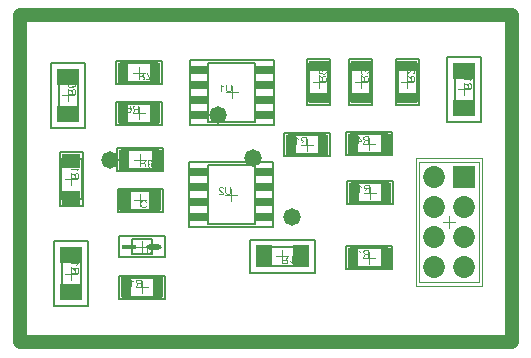
<source format=gts>
G04*
G04 #@! TF.GenerationSoftware,Altium Limited,Altium Designer,21.5.1 (32)*
G04*
G04 Layer_Color=8388736*
%FSLAX43Y43*%
%MOMM*%
G71*
G04*
G04 #@! TF.SameCoordinates,A754A033-3592-4F6C-ACFC-670DDD80417B*
G04*
G04*
G04 #@! TF.FilePolarity,Negative*
G04*
G01*
G75*
%ADD12C,0.200*%
%ADD15C,1.200*%
%ADD16C,0.100*%
%ADD17C,0.050*%
G04:AMPARAMS|DCode=18|XSize=1.306mm|YSize=0.432mm|CornerRadius=0.216mm|HoleSize=0mm|Usage=FLASHONLY|Rotation=0.000|XOffset=0mm|YOffset=0mm|HoleType=Round|Shape=RoundedRectangle|*
%AMROUNDEDRECTD18*
21,1,1.306,0.000,0,0,0.0*
21,1,0.873,0.432,0,0,0.0*
1,1,0.432,0.437,0.000*
1,1,0.432,-0.437,0.000*
1,1,0.432,-0.437,0.000*
1,1,0.432,0.437,0.000*
%
%ADD18ROUNDEDRECTD18*%
%ADD19R,1.306X0.432*%
%ADD20R,1.858X1.355*%
%ADD21R,1.500X1.300*%
G04:AMPARAMS|DCode=22|XSize=1.55mm|YSize=0.6mm|CornerRadius=0.051mm|HoleSize=0mm|Usage=FLASHONLY|Rotation=180.000|XOffset=0mm|YOffset=0mm|HoleType=Round|Shape=RoundedRectangle|*
%AMROUNDEDRECTD22*
21,1,1.550,0.498,0,0,180.0*
21,1,1.448,0.600,0,0,180.0*
1,1,0.102,-0.724,0.249*
1,1,0.102,0.724,0.249*
1,1,0.102,0.724,-0.249*
1,1,0.102,-0.724,-0.249*
%
%ADD22ROUNDEDRECTD22*%
%ADD23R,0.955X1.658*%
%ADD24R,1.355X1.858*%
%ADD25R,1.658X0.955*%
%ADD26R,1.106X1.658*%
%ADD27C,1.853*%
%ADD28R,1.853X1.853*%
%ADD29C,1.473*%
G36*
X10338Y7452D02*
X10584D01*
X10600Y7453D01*
X10619Y7454D01*
X10637Y7456D01*
X10656Y7459D01*
X10672Y7461D01*
X10672D01*
X10674Y7462D01*
X10677D01*
X10681Y7464D01*
X10691Y7467D01*
X10704Y7472D01*
X10719Y7478D01*
X10734Y7486D01*
X10750Y7496D01*
X10765Y7508D01*
X10766Y7509D01*
X10767Y7509D01*
X10770Y7512D01*
X10773Y7515D01*
X10783Y7524D01*
X10794Y7537D01*
X10806Y7553D01*
X10819Y7571D01*
X10831Y7593D01*
X10841Y7617D01*
Y7618D01*
X10842Y7619D01*
X10844Y7623D01*
X10844Y7629D01*
X10847Y7635D01*
X10849Y7643D01*
X10851Y7651D01*
X10854Y7661D01*
X10856Y7671D01*
X10858Y7683D01*
X10863Y7709D01*
X10866Y7738D01*
X10867Y7769D01*
Y7770D01*
Y7772D01*
Y7777D01*
Y7781D01*
X10866Y7788D01*
Y7795D01*
X10865Y7813D01*
X10862Y7833D01*
X10859Y7854D01*
X10855Y7877D01*
X10849Y7899D01*
Y7900D01*
X10848Y7901D01*
X10847Y7904D01*
X10846Y7908D01*
X10843Y7918D01*
X10837Y7931D01*
X10832Y7946D01*
X10824Y7961D01*
X10815Y7976D01*
X10806Y7991D01*
X10805Y7993D01*
X10801Y7998D01*
X10795Y8004D01*
X10788Y8012D01*
X10780Y8022D01*
X10770Y8031D01*
X10759Y8041D01*
X10747Y8049D01*
X10746Y8050D01*
X10742Y8053D01*
X10735Y8057D01*
X10726Y8061D01*
X10715Y8067D01*
X10702Y8072D01*
X10687Y8077D01*
X10671Y8082D01*
X10669D01*
X10666Y8083D01*
X10663Y8084D01*
X10654Y8085D01*
X10641Y8086D01*
X10626Y8088D01*
X10609Y8090D01*
X10589Y8091D01*
X10568Y8092D01*
X10338D01*
Y7452D01*
D02*
G37*
G36*
X11168Y7592D02*
X11167Y7593D01*
X11163Y7596D01*
X11157Y7602D01*
X11148Y7608D01*
X11138Y7617D01*
X11125Y7626D01*
X11110Y7636D01*
X11093Y7646D01*
X11092D01*
X11091Y7647D01*
X11086Y7651D01*
X11077Y7656D01*
X11065Y7661D01*
X11052Y7668D01*
X11039Y7674D01*
X11025Y7681D01*
X11011Y7686D01*
Y7610D01*
X11012D01*
X11014Y7608D01*
X11017Y7607D01*
X11022Y7605D01*
X11028Y7602D01*
X11034Y7598D01*
X11050Y7589D01*
X11068Y7579D01*
X11087Y7566D01*
X11106Y7551D01*
X11126Y7535D01*
X11126Y7534D01*
X11127Y7534D01*
X11130Y7531D01*
X11134Y7528D01*
X11142Y7519D01*
X11153Y7508D01*
X11164Y7495D01*
X11176Y7480D01*
X11187Y7465D01*
X11196Y7449D01*
X11247D01*
Y8092D01*
X11168D01*
Y7592D01*
D02*
G37*
G36*
X4327Y21954D02*
X4320Y21954D01*
X4312Y21953D01*
X4302Y21951D01*
X4291Y21949D01*
X4267Y21943D01*
X4242Y21934D01*
X4229Y21929D01*
X4217Y21921D01*
X4204Y21914D01*
X4192Y21904D01*
X4192Y21904D01*
X4189Y21902D01*
X4185Y21898D01*
X4180Y21893D01*
X4175Y21887D01*
X4167Y21880D01*
X4161Y21870D01*
X4154Y21860D01*
X4146Y21849D01*
X4140Y21836D01*
X4133Y21822D01*
X4127Y21807D01*
X4122Y21792D01*
X4118Y21774D01*
X4116Y21756D01*
X4115Y21736D01*
Y21728D01*
X4116Y21721D01*
X4117Y21714D01*
X4118Y21706D01*
X4118Y21696D01*
X4121Y21685D01*
X4127Y21662D01*
X4135Y21639D01*
X4141Y21627D01*
X4147Y21615D01*
X4155Y21604D01*
X4163Y21593D01*
X4164Y21592D01*
X4165Y21590D01*
X4168Y21588D01*
X4172Y21585D01*
X4177Y21580D01*
X4182Y21575D01*
X4190Y21570D01*
X4198Y21565D01*
X4206Y21560D01*
X4216Y21554D01*
X4239Y21544D01*
X4265Y21536D01*
X4278Y21533D01*
X4293Y21531D01*
X4300Y21613D01*
X4299D01*
X4297D01*
X4294Y21614D01*
X4290Y21615D01*
X4279Y21618D01*
X4266Y21622D01*
X4252Y21627D01*
X4236Y21635D01*
X4222Y21644D01*
X4209Y21655D01*
X4208Y21657D01*
X4204Y21660D01*
X4200Y21668D01*
X4194Y21678D01*
X4189Y21689D01*
X4184Y21703D01*
X4180Y21719D01*
X4180Y21736D01*
Y21742D01*
X4180Y21745D01*
X4181Y21757D01*
X4185Y21770D01*
X4190Y21785D01*
X4197Y21801D01*
X4208Y21818D01*
X4215Y21825D01*
X4222Y21832D01*
X4223Y21833D01*
X4224Y21834D01*
X4227Y21836D01*
X4229Y21839D01*
X4240Y21845D01*
X4253Y21853D01*
X4268Y21859D01*
X4288Y21866D01*
X4311Y21870D01*
X4323Y21872D01*
X4336D01*
X4337D01*
X4339D01*
X4342D01*
X4347Y21871D01*
X4352D01*
X4359Y21870D01*
X4374Y21868D01*
X4391Y21863D01*
X4409Y21856D01*
X4425Y21847D01*
X4441Y21834D01*
X4442D01*
X4443Y21832D01*
X4448Y21828D01*
X4454Y21819D01*
X4462Y21808D01*
X4468Y21794D01*
X4474Y21777D01*
X4479Y21757D01*
X4481Y21746D01*
Y21729D01*
X4480Y21721D01*
X4479Y21712D01*
X4476Y21701D01*
X4474Y21690D01*
X4469Y21678D01*
X4463Y21666D01*
X4462Y21665D01*
X4461Y21661D01*
X4456Y21656D01*
X4451Y21648D01*
X4445Y21641D01*
X4437Y21634D01*
X4428Y21625D01*
X4418Y21619D01*
X4428Y21545D01*
X4757Y21607D01*
Y21925D01*
X4682D01*
Y21669D01*
X4510Y21635D01*
X4510Y21635D01*
X4511Y21637D01*
X4513Y21640D01*
X4516Y21645D01*
X4519Y21650D01*
X4523Y21657D01*
X4530Y21672D01*
X4537Y21690D01*
X4544Y21710D01*
X4548Y21733D01*
X4550Y21744D01*
Y21764D01*
X4549Y21770D01*
X4548Y21777D01*
X4547Y21785D01*
X4546Y21794D01*
X4543Y21805D01*
X4536Y21827D01*
X4532Y21839D01*
X4525Y21851D01*
X4519Y21863D01*
X4511Y21875D01*
X4502Y21886D01*
X4492Y21897D01*
X4491Y21898D01*
X4489Y21900D01*
X4486Y21903D01*
X4482Y21906D01*
X4475Y21911D01*
X4469Y21916D01*
X4461Y21921D01*
X4451Y21927D01*
X4441Y21931D01*
X4430Y21937D01*
X4417Y21941D01*
X4404Y21946D01*
X4390Y21950D01*
X4375Y21953D01*
X4359Y21954D01*
X4342Y21955D01*
X4341D01*
X4339D01*
X4334D01*
X4327Y21954D01*
D02*
G37*
G36*
X4126Y21376D02*
X4259Y21292D01*
X4260D01*
X4262Y21290D01*
X4265Y21288D01*
X4268Y21285D01*
X4278Y21279D01*
X4291Y21270D01*
X4305Y21260D01*
X4320Y21250D01*
X4334Y21240D01*
X4347Y21230D01*
X4348Y21230D01*
X4351Y21227D01*
X4357Y21222D01*
X4364Y21216D01*
X4377Y21202D01*
X4384Y21194D01*
X4389Y21187D01*
X4390Y21186D01*
X4391Y21184D01*
X4393Y21181D01*
X4396Y21175D01*
X4399Y21169D01*
X4401Y21163D01*
X4406Y21148D01*
Y21147D01*
X4407Y21145D01*
Y21142D01*
X4408Y21137D01*
X4409Y21131D01*
Y21123D01*
X4410Y21113D01*
Y21004D01*
X4126D01*
Y20919D01*
X4766D01*
Y21216D01*
X4765Y21223D01*
Y21231D01*
X4764Y21251D01*
X4761Y21271D01*
X4758Y21293D01*
X4754Y21314D01*
X4751Y21324D01*
X4748Y21332D01*
Y21333D01*
X4747Y21334D01*
X4744Y21340D01*
X4741Y21348D01*
X4734Y21358D01*
X4726Y21369D01*
X4715Y21381D01*
X4702Y21392D01*
X4687Y21403D01*
X4686D01*
X4685Y21404D01*
X4680Y21408D01*
X4670Y21412D01*
X4658Y21417D01*
X4645Y21422D01*
X4628Y21427D01*
X4610Y21429D01*
X4591Y21430D01*
X4590D01*
X4588D01*
X4584D01*
X4580Y21429D01*
X4573D01*
X4567Y21428D01*
X4551Y21425D01*
X4533Y21419D01*
X4513Y21412D01*
X4494Y21401D01*
X4485Y21393D01*
X4475Y21386D01*
X4474Y21385D01*
X4474Y21384D01*
X4471Y21381D01*
X4468Y21378D01*
X4464Y21373D01*
X4461Y21367D01*
X4456Y21360D01*
X4450Y21353D01*
X4446Y21343D01*
X4441Y21333D01*
X4436Y21322D01*
X4431Y21310D01*
X4427Y21296D01*
X4423Y21282D01*
X4420Y21267D01*
X4417Y21250D01*
X4416Y21252D01*
X4414Y21255D01*
X4411Y21261D01*
X4407Y21268D01*
X4397Y21285D01*
X4390Y21293D01*
X4385Y21301D01*
X4383Y21303D01*
X4378Y21307D01*
X4371Y21315D01*
X4362Y21324D01*
X4349Y21334D01*
X4335Y21346D01*
X4318Y21358D01*
X4300Y21371D01*
X4126Y21481D01*
Y21376D01*
D02*
G37*
G36*
X4571Y15335D02*
X4566D01*
X4551Y15332D01*
X4533Y15330D01*
X4515Y15325D01*
X4495Y15319D01*
X4475Y15309D01*
X4474D01*
X4473Y15308D01*
X4470Y15307D01*
X4467Y15305D01*
X4458Y15299D01*
X4446Y15291D01*
X4433Y15281D01*
X4420Y15269D01*
X4407Y15254D01*
X4396Y15238D01*
Y15237D01*
X4395Y15236D01*
X4393Y15234D01*
X4392Y15230D01*
X4387Y15221D01*
X4383Y15209D01*
X4377Y15193D01*
X4373Y15175D01*
X4370Y15156D01*
X4369Y15135D01*
Y15130D01*
X4370Y15125D01*
Y15118D01*
X4371Y15110D01*
X4372Y15100D01*
X4375Y15089D01*
X4378Y15078D01*
X4382Y15065D01*
X4386Y15052D01*
X4392Y15039D01*
X4399Y15025D01*
X4408Y15013D01*
X4417Y15000D01*
X4428Y14987D01*
X4441Y14975D01*
X4442Y14974D01*
X4445Y14972D01*
X4448Y14969D01*
X4455Y14965D01*
X4463Y14960D01*
X4472Y14955D01*
X4484Y14950D01*
X4497Y14944D01*
X4513Y14938D01*
X4531Y14932D01*
X4550Y14927D01*
X4571Y14923D01*
X4595Y14918D01*
X4621Y14915D01*
X4649Y14914D01*
X4679Y14913D01*
X4679D01*
X4680D01*
X4683D01*
X4687D01*
X4696Y14914D01*
X4709D01*
X4724Y14915D01*
X4741Y14916D01*
X4761Y14918D01*
X4782Y14921D01*
X4803Y14925D01*
X4826Y14929D01*
X4849Y14935D01*
X4871Y14941D01*
X4892Y14950D01*
X4912Y14959D01*
X4932Y14969D01*
X4948Y14981D01*
X4949Y14982D01*
X4951Y14984D01*
X4955Y14988D01*
X4961Y14992D01*
X4966Y14998D01*
X4972Y15005D01*
X4979Y15014D01*
X4985Y15024D01*
X4992Y15035D01*
X4999Y15047D01*
X5005Y15061D01*
X5011Y15074D01*
X5016Y15090D01*
X5020Y15107D01*
X5022Y15124D01*
X5022Y15143D01*
Y15150D01*
X5022Y15156D01*
Y15162D01*
X5021Y15170D01*
X5017Y15187D01*
X5012Y15207D01*
X5005Y15227D01*
X4994Y15247D01*
X4987Y15258D01*
X4980Y15267D01*
X4979Y15268D01*
X4978Y15269D01*
X4975Y15271D01*
X4973Y15274D01*
X4968Y15279D01*
X4962Y15283D01*
X4949Y15293D01*
X4933Y15303D01*
X4912Y15312D01*
X4889Y15320D01*
X4863Y15326D01*
X4857Y15247D01*
X4858D01*
X4859Y15246D01*
X4864Y15246D01*
X4873Y15243D01*
X4883Y15239D01*
X4894Y15235D01*
X4905Y15230D01*
X4915Y15223D01*
X4924Y15217D01*
X4925Y15215D01*
X4929Y15211D01*
X4935Y15205D01*
X4941Y15196D01*
X4947Y15184D01*
X4952Y15171D01*
X4956Y15155D01*
X4958Y15138D01*
Y15132D01*
X4957Y15124D01*
X4955Y15116D01*
X4952Y15105D01*
X4948Y15094D01*
X4944Y15083D01*
X4936Y15072D01*
X4936Y15070D01*
X4932Y15065D01*
X4925Y15059D01*
X4916Y15050D01*
X4905Y15041D01*
X4892Y15031D01*
X4875Y15022D01*
X4857Y15013D01*
X4856D01*
X4854Y15012D01*
X4851Y15011D01*
X4848Y15009D01*
X4842Y15008D01*
X4836Y15006D01*
X4828Y15004D01*
X4819Y15002D01*
X4809Y15000D01*
X4798Y14998D01*
X4786Y14996D01*
X4773Y14995D01*
X4758Y14993D01*
X4743Y14992D01*
X4727Y14991D01*
X4710D01*
X4711Y14992D01*
X4716Y14996D01*
X4724Y15002D01*
X4733Y15011D01*
X4744Y15020D01*
X4754Y15032D01*
X4765Y15045D01*
X4774Y15060D01*
Y15061D01*
X4775Y15062D01*
X4777Y15067D01*
X4780Y15075D01*
X4785Y15087D01*
X4789Y15099D01*
X4791Y15114D01*
X4794Y15130D01*
X4795Y15147D01*
Y15154D01*
X4794Y15160D01*
X4793Y15167D01*
X4792Y15174D01*
X4790Y15184D01*
X4788Y15193D01*
X4781Y15214D01*
X4777Y15225D01*
X4770Y15236D01*
X4764Y15247D01*
X4756Y15259D01*
X4747Y15271D01*
X4737Y15281D01*
X4736Y15282D01*
X4734Y15283D01*
X4731Y15286D01*
X4727Y15289D01*
X4720Y15294D01*
X4714Y15298D01*
X4705Y15303D01*
X4696Y15308D01*
X4686Y15314D01*
X4675Y15319D01*
X4662Y15323D01*
X4649Y15328D01*
X4635Y15331D01*
X4619Y15333D01*
X4604Y15335D01*
X4587Y15336D01*
X4586D01*
X4584D01*
X4581D01*
X4577D01*
X4571Y15335D01*
D02*
G37*
G36*
X4380Y14636D02*
X4880D01*
X4879Y14635D01*
X4875Y14631D01*
X4870Y14625D01*
X4863Y14616D01*
X4855Y14606D01*
X4846Y14593D01*
X4836Y14578D01*
X4826Y14561D01*
Y14560D01*
X4825Y14560D01*
X4821Y14554D01*
X4816Y14545D01*
X4811Y14534D01*
X4804Y14521D01*
X4798Y14507D01*
X4791Y14493D01*
X4786Y14479D01*
X4862D01*
Y14480D01*
X4863Y14482D01*
X4864Y14486D01*
X4867Y14490D01*
X4870Y14496D01*
X4874Y14502D01*
X4883Y14518D01*
X4893Y14536D01*
X4906Y14555D01*
X4921Y14574D01*
X4936Y14594D01*
X4937Y14595D01*
X4938Y14596D01*
X4941Y14598D01*
X4944Y14602D01*
X4953Y14610D01*
X4964Y14621D01*
X4977Y14633D01*
X4992Y14645D01*
X5007Y14655D01*
X5022Y14664D01*
Y14715D01*
X4380D01*
Y14636D01*
D02*
G37*
G36*
Y14264D02*
X4513Y14180D01*
X4514D01*
X4516Y14178D01*
X4519Y14176D01*
X4522Y14173D01*
X4532Y14167D01*
X4545Y14158D01*
X4559Y14148D01*
X4574Y14138D01*
X4588Y14128D01*
X4601Y14118D01*
X4602Y14118D01*
X4605Y14115D01*
X4611Y14110D01*
X4617Y14104D01*
X4631Y14090D01*
X4638Y14082D01*
X4643Y14075D01*
X4644Y14074D01*
X4645Y14072D01*
X4647Y14069D01*
X4650Y14063D01*
X4653Y14057D01*
X4655Y14051D01*
X4660Y14036D01*
Y14035D01*
X4661Y14033D01*
Y14030D01*
X4662Y14025D01*
X4663Y14019D01*
Y14011D01*
X4664Y14001D01*
Y13892D01*
X4380D01*
Y13807D01*
X5020D01*
Y14104D01*
X5019Y14111D01*
Y14119D01*
X5018Y14139D01*
X5015Y14159D01*
X5012Y14181D01*
X5008Y14202D01*
X5005Y14212D01*
X5002Y14220D01*
Y14221D01*
X5001Y14222D01*
X4998Y14228D01*
X4995Y14236D01*
X4988Y14246D01*
X4980Y14257D01*
X4969Y14269D01*
X4956Y14280D01*
X4941Y14291D01*
X4940D01*
X4939Y14292D01*
X4934Y14296D01*
X4924Y14300D01*
X4912Y14305D01*
X4899Y14310D01*
X4882Y14314D01*
X4864Y14317D01*
X4845Y14318D01*
X4844D01*
X4842D01*
X4838D01*
X4834Y14317D01*
X4827D01*
X4821Y14316D01*
X4805Y14313D01*
X4787Y14307D01*
X4767Y14300D01*
X4748Y14289D01*
X4739Y14281D01*
X4729Y14274D01*
X4728Y14273D01*
X4728Y14272D01*
X4725Y14269D01*
X4722Y14266D01*
X4718Y14261D01*
X4715Y14255D01*
X4710Y14248D01*
X4704Y14241D01*
X4700Y14231D01*
X4695Y14221D01*
X4690Y14210D01*
X4685Y14198D01*
X4681Y14184D01*
X4677Y14170D01*
X4674Y14155D01*
X4671Y14138D01*
X4670Y14140D01*
X4668Y14143D01*
X4665Y14149D01*
X4661Y14156D01*
X4651Y14173D01*
X4644Y14181D01*
X4639Y14189D01*
X4637Y14191D01*
X4632Y14195D01*
X4625Y14203D01*
X4616Y14212D01*
X4603Y14222D01*
X4589Y14234D01*
X4572Y14246D01*
X4554Y14259D01*
X4380Y14369D01*
Y14264D01*
D02*
G37*
G36*
X4581Y7339D02*
X4574Y7338D01*
X4566Y7337D01*
X4556Y7335D01*
X4545Y7333D01*
X4521Y7328D01*
X4496Y7319D01*
X4483Y7313D01*
X4471Y7306D01*
X4458Y7298D01*
X4446Y7289D01*
X4446Y7288D01*
X4443Y7286D01*
X4439Y7282D01*
X4434Y7278D01*
X4429Y7271D01*
X4421Y7264D01*
X4415Y7255D01*
X4408Y7245D01*
X4400Y7233D01*
X4394Y7220D01*
X4387Y7207D01*
X4381Y7192D01*
X4376Y7176D01*
X4372Y7159D01*
X4370Y7140D01*
X4369Y7121D01*
Y7112D01*
X4370Y7106D01*
X4371Y7098D01*
X4372Y7090D01*
X4372Y7080D01*
X4375Y7070D01*
X4381Y7047D01*
X4389Y7024D01*
X4395Y7012D01*
X4401Y7000D01*
X4409Y6988D01*
X4417Y6977D01*
X4418Y6976D01*
X4419Y6975D01*
X4422Y6973D01*
X4426Y6969D01*
X4431Y6964D01*
X4436Y6960D01*
X4444Y6954D01*
X4452Y6950D01*
X4460Y6944D01*
X4470Y6939D01*
X4493Y6928D01*
X4519Y6920D01*
X4532Y6917D01*
X4547Y6915D01*
X4554Y6998D01*
X4553D01*
X4551D01*
X4548Y6999D01*
X4544Y7000D01*
X4533Y7002D01*
X4519Y7006D01*
X4506Y7012D01*
X4490Y7019D01*
X4476Y7028D01*
X4463Y7039D01*
X4462Y7041D01*
X4458Y7045D01*
X4454Y7052D01*
X4448Y7062D01*
X4443Y7073D01*
X4438Y7087D01*
X4434Y7103D01*
X4434Y7121D01*
Y7126D01*
X4434Y7130D01*
X4435Y7141D01*
X4439Y7154D01*
X4444Y7170D01*
X4451Y7185D01*
X4462Y7202D01*
X4469Y7209D01*
X4476Y7217D01*
X4477Y7218D01*
X4478Y7219D01*
X4481Y7220D01*
X4483Y7223D01*
X4494Y7230D01*
X4507Y7237D01*
X4522Y7244D01*
X4542Y7250D01*
X4565Y7255D01*
X4577Y7257D01*
X4590D01*
X4591D01*
X4593D01*
X4596D01*
X4601Y7256D01*
X4606D01*
X4613Y7255D01*
X4628Y7252D01*
X4645Y7247D01*
X4663Y7241D01*
X4679Y7232D01*
X4695Y7219D01*
X4696D01*
X4697Y7217D01*
X4702Y7212D01*
X4708Y7204D01*
X4715Y7193D01*
X4722Y7178D01*
X4728Y7161D01*
X4733Y7142D01*
X4735Y7131D01*
Y7113D01*
X4734Y7106D01*
X4733Y7097D01*
X4730Y7086D01*
X4728Y7074D01*
X4723Y7062D01*
X4717Y7050D01*
X4716Y7049D01*
X4715Y7046D01*
X4710Y7040D01*
X4705Y7033D01*
X4699Y7025D01*
X4691Y7018D01*
X4682Y7010D01*
X4672Y7003D01*
X4682Y6929D01*
X5011Y6991D01*
Y7309D01*
X4936D01*
Y7053D01*
X4764Y7019D01*
X4765Y7020D01*
X4765Y7022D01*
X4767Y7024D01*
X4770Y7029D01*
X4773Y7035D01*
X4777Y7041D01*
X4784Y7056D01*
X4791Y7074D01*
X4798Y7095D01*
X4802Y7117D01*
X4804Y7128D01*
Y7148D01*
X4803Y7154D01*
X4802Y7161D01*
X4801Y7170D01*
X4800Y7179D01*
X4797Y7189D01*
X4790Y7211D01*
X4786Y7223D01*
X4779Y7235D01*
X4773Y7247D01*
X4765Y7259D01*
X4756Y7270D01*
X4746Y7282D01*
X4745Y7282D01*
X4743Y7284D01*
X4740Y7287D01*
X4736Y7291D01*
X4729Y7295D01*
X4723Y7300D01*
X4715Y7306D01*
X4705Y7311D01*
X4695Y7316D01*
X4684Y7321D01*
X4671Y7326D01*
X4658Y7331D01*
X4644Y7334D01*
X4629Y7337D01*
X4613Y7339D01*
X4596Y7340D01*
X4595D01*
X4593D01*
X4588D01*
X4581Y7339D01*
D02*
G37*
G36*
X4380Y6635D02*
X4880D01*
X4879Y6634D01*
X4875Y6630D01*
X4870Y6624D01*
X4863Y6615D01*
X4855Y6605D01*
X4846Y6592D01*
X4836Y6577D01*
X4826Y6560D01*
Y6559D01*
X4825Y6559D01*
X4821Y6553D01*
X4816Y6544D01*
X4811Y6533D01*
X4804Y6520D01*
X4798Y6506D01*
X4791Y6492D01*
X4786Y6478D01*
X4862D01*
Y6479D01*
X4863Y6481D01*
X4864Y6485D01*
X4867Y6489D01*
X4870Y6495D01*
X4874Y6501D01*
X4883Y6517D01*
X4893Y6535D01*
X4906Y6554D01*
X4921Y6573D01*
X4936Y6593D01*
X4937Y6594D01*
X4938Y6595D01*
X4941Y6597D01*
X4944Y6601D01*
X4953Y6609D01*
X4964Y6620D01*
X4977Y6632D01*
X4992Y6644D01*
X5007Y6654D01*
X5022Y6663D01*
Y6714D01*
X4380D01*
Y6635D01*
D02*
G37*
G36*
Y6263D02*
X4513Y6179D01*
X4514D01*
X4516Y6177D01*
X4519Y6175D01*
X4522Y6172D01*
X4532Y6166D01*
X4545Y6157D01*
X4559Y6147D01*
X4574Y6137D01*
X4588Y6127D01*
X4601Y6117D01*
X4602Y6117D01*
X4605Y6114D01*
X4611Y6109D01*
X4617Y6103D01*
X4631Y6089D01*
X4638Y6081D01*
X4643Y6074D01*
X4644Y6073D01*
X4645Y6071D01*
X4647Y6068D01*
X4650Y6062D01*
X4653Y6056D01*
X4655Y6050D01*
X4660Y6035D01*
Y6034D01*
X4661Y6032D01*
Y6029D01*
X4662Y6024D01*
X4663Y6018D01*
Y6010D01*
X4664Y6000D01*
Y5891D01*
X4380D01*
Y5806D01*
X5020D01*
Y6103D01*
X5019Y6110D01*
Y6118D01*
X5018Y6138D01*
X5015Y6158D01*
X5012Y6180D01*
X5008Y6201D01*
X5005Y6211D01*
X5002Y6219D01*
Y6220D01*
X5001Y6221D01*
X4998Y6227D01*
X4995Y6235D01*
X4988Y6245D01*
X4980Y6256D01*
X4969Y6268D01*
X4956Y6279D01*
X4941Y6290D01*
X4940D01*
X4939Y6291D01*
X4934Y6295D01*
X4924Y6299D01*
X4912Y6304D01*
X4899Y6309D01*
X4882Y6313D01*
X4864Y6316D01*
X4845Y6317D01*
X4844D01*
X4842D01*
X4838D01*
X4834Y6316D01*
X4827D01*
X4821Y6315D01*
X4805Y6312D01*
X4787Y6306D01*
X4767Y6299D01*
X4748Y6288D01*
X4739Y6280D01*
X4729Y6273D01*
X4728Y6272D01*
X4728Y6271D01*
X4725Y6268D01*
X4722Y6265D01*
X4718Y6260D01*
X4715Y6254D01*
X4710Y6247D01*
X4704Y6240D01*
X4700Y6230D01*
X4695Y6220D01*
X4690Y6209D01*
X4685Y6197D01*
X4681Y6183D01*
X4677Y6169D01*
X4674Y6154D01*
X4671Y6137D01*
X4670Y6139D01*
X4668Y6142D01*
X4665Y6148D01*
X4661Y6155D01*
X4651Y6172D01*
X4644Y6180D01*
X4639Y6188D01*
X4637Y6190D01*
X4632Y6194D01*
X4625Y6202D01*
X4616Y6211D01*
X4603Y6221D01*
X4589Y6233D01*
X4572Y6245D01*
X4554Y6258D01*
X4380Y6368D01*
Y6263D01*
D02*
G37*
G36*
X17404Y12767D02*
Y12766D01*
Y12763D01*
Y12758D01*
Y12751D01*
X17405Y12743D01*
Y12734D01*
X17406Y12723D01*
X17407Y12712D01*
X17410Y12687D01*
X17413Y12661D01*
X17419Y12636D01*
X17423Y12624D01*
X17426Y12613D01*
Y12612D01*
X17427Y12610D01*
X17429Y12607D01*
X17431Y12604D01*
X17436Y12593D01*
X17445Y12580D01*
X17456Y12566D01*
X17469Y12551D01*
X17485Y12535D01*
X17506Y12521D01*
X17507D01*
X17509Y12519D01*
X17511Y12518D01*
X17516Y12516D01*
X17521Y12513D01*
X17529Y12510D01*
X17536Y12507D01*
X17546Y12504D01*
X17556Y12500D01*
X17567Y12497D01*
X17579Y12494D01*
X17593Y12492D01*
X17607Y12490D01*
X17621Y12488D01*
X17655Y12486D01*
X17663D01*
X17669Y12487D01*
X17677D01*
X17686Y12488D01*
X17696Y12489D01*
X17706Y12490D01*
X17729Y12494D01*
X17754Y12499D01*
X17778Y12506D01*
X17802Y12517D01*
X17803D01*
X17804Y12518D01*
X17807Y12520D01*
X17811Y12522D01*
X17821Y12530D01*
X17833Y12540D01*
X17847Y12553D01*
X17860Y12567D01*
X17873Y12586D01*
X17883Y12606D01*
Y12607D01*
X17884Y12609D01*
X17885Y12613D01*
X17887Y12617D01*
X17889Y12623D01*
X17890Y12630D01*
X17893Y12639D01*
X17895Y12649D01*
X17897Y12660D01*
X17900Y12672D01*
X17901Y12685D01*
X17903Y12699D01*
X17905Y12714D01*
X17906Y12731D01*
X17907Y12749D01*
Y12767D01*
Y13137D01*
X17822D01*
Y12767D01*
Y12766D01*
Y12763D01*
Y12759D01*
Y12753D01*
X17821Y12747D01*
Y12739D01*
X17820Y12721D01*
X17818Y12701D01*
X17815Y12680D01*
X17812Y12661D01*
X17810Y12653D01*
X17807Y12644D01*
X17806Y12642D01*
X17804Y12638D01*
X17800Y12631D01*
X17794Y12622D01*
X17788Y12613D01*
X17778Y12603D01*
X17767Y12592D01*
X17754Y12584D01*
X17753Y12583D01*
X17748Y12580D01*
X17740Y12578D01*
X17729Y12574D01*
X17716Y12569D01*
X17699Y12567D01*
X17681Y12564D01*
X17662Y12563D01*
X17653D01*
X17647Y12564D01*
X17639D01*
X17631Y12565D01*
X17610Y12568D01*
X17588Y12573D01*
X17567Y12580D01*
X17546Y12591D01*
X17537Y12597D01*
X17529Y12604D01*
X17528Y12605D01*
X17527Y12606D01*
X17525Y12609D01*
X17522Y12613D01*
X17520Y12618D01*
X17516Y12624D01*
X17512Y12632D01*
X17509Y12641D01*
X17505Y12651D01*
X17502Y12663D01*
X17498Y12677D01*
X17496Y12691D01*
X17493Y12708D01*
X17491Y12726D01*
X17489Y12746D01*
Y12767D01*
Y13137D01*
X17404D01*
Y12767D01*
D02*
G37*
G36*
X17068Y13139D02*
X17060Y13138D01*
X17051Y13137D01*
X17041Y13135D01*
X17031Y13133D01*
X17006Y13127D01*
X16982Y13118D01*
X16970Y13112D01*
X16958Y13106D01*
X16947Y13097D01*
X16937Y13088D01*
X16936Y13087D01*
X16934Y13086D01*
X16933Y13082D01*
X16929Y13079D01*
X16924Y13074D01*
X16920Y13068D01*
X16915Y13061D01*
X16909Y13053D01*
X16900Y13035D01*
X16891Y13013D01*
X16887Y13002D01*
X16885Y12989D01*
X16884Y12976D01*
X16883Y12962D01*
Y12960D01*
Y12956D01*
X16884Y12948D01*
X16884Y12938D01*
X16886Y12927D01*
X16890Y12914D01*
X16894Y12900D01*
X16899Y12886D01*
X16900Y12885D01*
X16902Y12880D01*
X16906Y12873D01*
X16911Y12862D01*
X16919Y12851D01*
X16928Y12837D01*
X16939Y12824D01*
X16952Y12808D01*
X16954Y12806D01*
X16958Y12800D01*
X16963Y12796D01*
X16968Y12791D01*
X16973Y12786D01*
X16981Y12778D01*
X16988Y12771D01*
X16997Y12763D01*
X17006Y12753D01*
X17018Y12743D01*
X17030Y12733D01*
X17043Y12721D01*
X17057Y12709D01*
X17072Y12696D01*
X17073Y12695D01*
X17075Y12693D01*
X17079Y12690D01*
X17083Y12687D01*
X17089Y12681D01*
X17095Y12676D01*
X17110Y12664D01*
X17126Y12650D01*
X17141Y12636D01*
X17153Y12624D01*
X17159Y12619D01*
X17164Y12615D01*
X17165Y12614D01*
X17167Y12611D01*
X17171Y12607D01*
X17176Y12602D01*
X17180Y12595D01*
X17186Y12589D01*
X17197Y12573D01*
X16882D01*
Y12497D01*
X17306D01*
Y12498D01*
Y12502D01*
Y12507D01*
X17305Y12515D01*
X17304Y12523D01*
X17302Y12532D01*
X17301Y12542D01*
X17297Y12552D01*
Y12553D01*
X17296Y12554D01*
X17294Y12559D01*
X17290Y12567D01*
X17285Y12579D01*
X17277Y12592D01*
X17268Y12606D01*
X17258Y12621D01*
X17245Y12637D01*
Y12638D01*
X17243Y12639D01*
X17239Y12644D01*
X17230Y12653D01*
X17218Y12665D01*
X17204Y12678D01*
X17187Y12695D01*
X17166Y12714D01*
X17142Y12733D01*
X17141Y12734D01*
X17138Y12737D01*
X17132Y12741D01*
X17126Y12747D01*
X17117Y12754D01*
X17107Y12763D01*
X17097Y12772D01*
X17085Y12782D01*
X17062Y12804D01*
X17039Y12826D01*
X17028Y12837D01*
X17018Y12849D01*
X17008Y12859D01*
X17001Y12869D01*
Y12870D01*
X16999Y12871D01*
X16997Y12874D01*
X16995Y12877D01*
X16989Y12887D01*
X16982Y12899D01*
X16975Y12914D01*
X16969Y12930D01*
X16965Y12947D01*
X16963Y12964D01*
Y12965D01*
Y12966D01*
X16964Y12972D01*
X16965Y12981D01*
X16968Y12991D01*
X16971Y13004D01*
X16978Y13017D01*
X16986Y13030D01*
X16997Y13043D01*
X16999Y13045D01*
X17004Y13048D01*
X17010Y13053D01*
X17020Y13059D01*
X17033Y13065D01*
X17048Y13070D01*
X17066Y13074D01*
X17085Y13075D01*
X17091D01*
X17094Y13074D01*
X17105Y13073D01*
X17118Y13070D01*
X17132Y13067D01*
X17148Y13060D01*
X17163Y13052D01*
X17177Y13041D01*
X17178Y13039D01*
X17182Y13034D01*
X17188Y13027D01*
X17193Y13016D01*
X17200Y13003D01*
X17205Y12986D01*
X17209Y12968D01*
X17211Y12947D01*
X17291Y12955D01*
Y12956D01*
X17290Y12959D01*
Y12963D01*
X17289Y12970D01*
X17288Y12977D01*
X17286Y12985D01*
X17283Y12996D01*
X17280Y13006D01*
X17273Y13028D01*
X17262Y13050D01*
X17255Y13061D01*
X17247Y13072D01*
X17239Y13082D01*
X17229Y13092D01*
X17228Y13093D01*
X17227Y13094D01*
X17224Y13096D01*
X17219Y13099D01*
X17214Y13103D01*
X17207Y13106D01*
X17200Y13111D01*
X17190Y13116D01*
X17180Y13120D01*
X17169Y13125D01*
X17157Y13129D01*
X17144Y13132D01*
X17130Y13135D01*
X17116Y13138D01*
X17100Y13139D01*
X17083Y13140D01*
X17074D01*
X17068Y13139D01*
D02*
G37*
G36*
X17455Y21454D02*
Y21453D01*
Y21449D01*
Y21445D01*
Y21438D01*
X17456Y21430D01*
Y21421D01*
X17457Y21410D01*
X17458Y21399D01*
X17460Y21374D01*
X17464Y21348D01*
X17470Y21323D01*
X17473Y21311D01*
X17477Y21300D01*
Y21299D01*
X17478Y21297D01*
X17480Y21294D01*
X17482Y21290D01*
X17487Y21280D01*
X17496Y21267D01*
X17507Y21252D01*
X17520Y21238D01*
X17536Y21222D01*
X17557Y21208D01*
X17557D01*
X17559Y21206D01*
X17562Y21205D01*
X17567Y21203D01*
X17572Y21200D01*
X17580Y21197D01*
X17587Y21194D01*
X17596Y21190D01*
X17606Y21187D01*
X17618Y21184D01*
X17630Y21181D01*
X17643Y21178D01*
X17657Y21177D01*
X17672Y21175D01*
X17705Y21173D01*
X17714D01*
X17720Y21174D01*
X17728D01*
X17737Y21175D01*
X17747Y21176D01*
X17757Y21177D01*
X17780Y21180D01*
X17805Y21186D01*
X17829Y21193D01*
X17852Y21203D01*
X17853D01*
X17855Y21205D01*
X17858Y21207D01*
X17862Y21209D01*
X17872Y21216D01*
X17884Y21227D01*
X17898Y21239D01*
X17911Y21254D01*
X17924Y21273D01*
X17934Y21293D01*
Y21294D01*
X17935Y21296D01*
X17936Y21300D01*
X17937Y21304D01*
X17939Y21310D01*
X17941Y21317D01*
X17944Y21325D01*
X17946Y21336D01*
X17948Y21347D01*
X17950Y21359D01*
X17952Y21372D01*
X17954Y21386D01*
X17956Y21401D01*
X17957Y21418D01*
X17958Y21435D01*
Y21454D01*
Y21824D01*
X17873D01*
Y21454D01*
Y21453D01*
Y21450D01*
Y21446D01*
Y21440D01*
X17872Y21434D01*
Y21425D01*
X17871Y21408D01*
X17869Y21387D01*
X17866Y21367D01*
X17863Y21348D01*
X17861Y21339D01*
X17858Y21331D01*
X17857Y21329D01*
X17855Y21325D01*
X17851Y21318D01*
X17845Y21309D01*
X17839Y21300D01*
X17829Y21289D01*
X17818Y21279D01*
X17805Y21271D01*
X17803Y21270D01*
X17799Y21267D01*
X17790Y21264D01*
X17779Y21261D01*
X17766Y21256D01*
X17750Y21253D01*
X17732Y21251D01*
X17713Y21250D01*
X17704D01*
X17698Y21251D01*
X17690D01*
X17681Y21252D01*
X17661Y21255D01*
X17639Y21260D01*
X17618Y21267D01*
X17597Y21277D01*
X17588Y21284D01*
X17580Y21291D01*
X17579Y21292D01*
X17578Y21293D01*
X17576Y21296D01*
X17573Y21300D01*
X17570Y21305D01*
X17567Y21311D01*
X17563Y21319D01*
X17559Y21327D01*
X17556Y21337D01*
X17553Y21350D01*
X17549Y21363D01*
X17546Y21378D01*
X17544Y21395D01*
X17542Y21412D01*
X17540Y21433D01*
Y21454D01*
Y21824D01*
X17455D01*
Y21454D01*
D02*
G37*
G36*
X17050Y21184D02*
X17128D01*
Y21684D01*
X17129Y21683D01*
X17134Y21680D01*
X17140Y21674D01*
X17149Y21668D01*
X17159Y21659D01*
X17172Y21650D01*
X17187Y21640D01*
X17203Y21630D01*
X17204D01*
X17205Y21629D01*
X17211Y21625D01*
X17220Y21620D01*
X17231Y21615D01*
X17244Y21608D01*
X17258Y21602D01*
X17272Y21595D01*
X17286Y21590D01*
Y21666D01*
X17285D01*
X17283Y21668D01*
X17279Y21668D01*
X17275Y21671D01*
X17269Y21674D01*
X17263Y21678D01*
X17247Y21687D01*
X17228Y21697D01*
X17210Y21710D01*
X17190Y21725D01*
X17171Y21741D01*
X17170Y21742D01*
X17169Y21742D01*
X17166Y21745D01*
X17163Y21748D01*
X17154Y21757D01*
X17143Y21768D01*
X17132Y21781D01*
X17120Y21796D01*
X17110Y21811D01*
X17101Y21827D01*
X17050D01*
Y21184D01*
D02*
G37*
G36*
X8898Y4889D02*
X8811D01*
Y4816D01*
X8898D01*
Y4663D01*
X8977D01*
Y4816D01*
X9255D01*
Y4889D01*
X8962Y5303D01*
X8898D01*
Y4889D01*
D02*
G37*
G36*
X9430Y4663D02*
X9508D01*
Y5163D01*
X9509Y5162D01*
X9514Y5158D01*
X9520Y5153D01*
X9529Y5146D01*
X9539Y5138D01*
X9552Y5129D01*
X9567Y5119D01*
X9583Y5109D01*
X9584D01*
X9585Y5108D01*
X9591Y5104D01*
X9600Y5099D01*
X9611Y5094D01*
X9624Y5087D01*
X9638Y5081D01*
X9652Y5074D01*
X9666Y5069D01*
Y5145D01*
X9665D01*
X9663Y5146D01*
X9659Y5147D01*
X9655Y5150D01*
X9649Y5153D01*
X9643Y5157D01*
X9627Y5166D01*
X9608Y5176D01*
X9590Y5189D01*
X9570Y5204D01*
X9551Y5220D01*
X9550Y5220D01*
X9549Y5221D01*
X9546Y5224D01*
X9543Y5227D01*
X9534Y5236D01*
X9523Y5247D01*
X9512Y5260D01*
X9500Y5275D01*
X9490Y5290D01*
X9481Y5305D01*
X9430D01*
Y4663D01*
D02*
G37*
G36*
X10034Y5302D02*
X10025D01*
X10006Y5301D01*
X9986Y5298D01*
X9963Y5295D01*
X9943Y5291D01*
X9933Y5288D01*
X9925Y5285D01*
X9924D01*
X9923Y5284D01*
X9917Y5281D01*
X9909Y5278D01*
X9899Y5271D01*
X9888Y5263D01*
X9876Y5252D01*
X9864Y5239D01*
X9853Y5224D01*
Y5223D01*
X9852Y5222D01*
X9849Y5217D01*
X9845Y5207D01*
X9839Y5195D01*
X9835Y5182D01*
X9830Y5165D01*
X9827Y5147D01*
X9827Y5128D01*
Y5127D01*
Y5125D01*
Y5122D01*
X9827Y5117D01*
Y5110D01*
X9828Y5104D01*
X9832Y5088D01*
X9838Y5070D01*
X9845Y5050D01*
X9856Y5031D01*
X9864Y5022D01*
X9871Y5012D01*
X9872Y5011D01*
X9873Y5011D01*
X9876Y5008D01*
X9879Y5005D01*
X9884Y5001D01*
X9889Y4998D01*
X9897Y4993D01*
X9904Y4987D01*
X9913Y4983D01*
X9924Y4978D01*
X9935Y4973D01*
X9947Y4968D01*
X9961Y4964D01*
X9974Y4960D01*
X9990Y4957D01*
X10007Y4954D01*
X10005Y4953D01*
X10001Y4951D01*
X9996Y4948D01*
X9988Y4944D01*
X9972Y4934D01*
X9963Y4927D01*
X9956Y4922D01*
X9954Y4920D01*
X9950Y4915D01*
X9942Y4908D01*
X9933Y4899D01*
X9923Y4886D01*
X9911Y4872D01*
X9899Y4855D01*
X9886Y4837D01*
X9776Y4663D01*
X9881D01*
X9965Y4796D01*
Y4797D01*
X9967Y4799D01*
X9969Y4802D01*
X9972Y4805D01*
X9978Y4815D01*
X9986Y4828D01*
X9997Y4842D01*
X10007Y4857D01*
X10017Y4871D01*
X10026Y4884D01*
X10027Y4885D01*
X10030Y4889D01*
X10035Y4894D01*
X10041Y4901D01*
X10055Y4914D01*
X10062Y4921D01*
X10070Y4926D01*
X10071Y4927D01*
X10072Y4928D01*
X10076Y4930D01*
X10082Y4933D01*
X10087Y4936D01*
X10094Y4938D01*
X10109Y4943D01*
X10109D01*
X10111Y4944D01*
X10115D01*
X10120Y4945D01*
X10126Y4946D01*
X10133D01*
X10144Y4947D01*
X10253D01*
Y4663D01*
X10338D01*
Y5303D01*
X10041D01*
X10034Y5302D01*
D02*
G37*
G36*
X28312Y13317D02*
X28300Y13315D01*
X28285Y13312D01*
X28269Y13307D01*
X28252Y13302D01*
X28236Y13294D01*
X28235D01*
X28234Y13294D01*
X28228Y13291D01*
X28220Y13285D01*
X28211Y13279D01*
X28199Y13270D01*
X28188Y13259D01*
X28177Y13247D01*
X28168Y13233D01*
X28167Y13232D01*
X28164Y13227D01*
X28161Y13219D01*
X28156Y13208D01*
X28151Y13196D01*
X28148Y13183D01*
X28145Y13167D01*
X28144Y13151D01*
Y13149D01*
Y13144D01*
X28145Y13136D01*
X28147Y13126D01*
X28150Y13114D01*
X28154Y13101D01*
X28160Y13088D01*
X28167Y13075D01*
X28168Y13073D01*
X28171Y13070D01*
X28176Y13063D01*
X28184Y13056D01*
X28193Y13048D01*
X28204Y13038D01*
X28217Y13030D01*
X28233Y13022D01*
X28232D01*
X28230Y13021D01*
X28227Y13020D01*
X28224Y13019D01*
X28213Y13015D01*
X28200Y13010D01*
X28186Y13002D01*
X28171Y12993D01*
X28157Y12981D01*
X28144Y12967D01*
X28143Y12965D01*
X28139Y12960D01*
X28134Y12951D01*
X28128Y12939D01*
X28123Y12924D01*
X28117Y12906D01*
X28114Y12886D01*
X28113Y12864D01*
Y12863D01*
Y12860D01*
Y12855D01*
X28114Y12850D01*
X28114Y12842D01*
X28116Y12834D01*
X28118Y12825D01*
X28120Y12815D01*
X28127Y12792D01*
X28133Y12780D01*
X28138Y12769D01*
X28146Y12757D01*
X28154Y12745D01*
X28163Y12733D01*
X28175Y12722D01*
X28175Y12721D01*
X28177Y12719D01*
X28181Y12717D01*
X28186Y12713D01*
X28191Y12708D01*
X28199Y12704D01*
X28207Y12698D01*
X28217Y12694D01*
X28227Y12688D01*
X28239Y12682D01*
X28251Y12678D01*
X28265Y12673D01*
X28280Y12669D01*
X28296Y12667D01*
X28311Y12665D01*
X28329Y12664D01*
X28337D01*
X28343Y12665D01*
X28350Y12666D01*
X28359Y12667D01*
X28368Y12669D01*
X28378Y12670D01*
X28400Y12676D01*
X28423Y12685D01*
X28435Y12691D01*
X28446Y12697D01*
X28457Y12706D01*
X28469Y12714D01*
X28469Y12715D01*
X28471Y12717D01*
X28474Y12719D01*
X28477Y12723D01*
X28481Y12728D01*
X28486Y12734D01*
X28492Y12741D01*
X28497Y12749D01*
X28503Y12758D01*
X28508Y12767D01*
X28518Y12790D01*
X28527Y12816D01*
X28530Y12829D01*
X28531Y12844D01*
X28453Y12854D01*
Y12853D01*
X28452Y12852D01*
X28451Y12848D01*
X28450Y12843D01*
X28449Y12838D01*
X28447Y12831D01*
X28443Y12817D01*
X28436Y12801D01*
X28428Y12785D01*
X28419Y12770D01*
X28408Y12757D01*
X28406Y12756D01*
X28402Y12753D01*
X28395Y12748D01*
X28385Y12743D01*
X28374Y12738D01*
X28360Y12733D01*
X28345Y12730D01*
X28328Y12729D01*
X28322D01*
X28319Y12730D01*
X28309Y12730D01*
X28296Y12733D01*
X28281Y12738D01*
X28265Y12744D01*
X28249Y12754D01*
X28235Y12767D01*
X28233Y12768D01*
X28228Y12774D01*
X28223Y12782D01*
X28215Y12793D01*
X28208Y12807D01*
X28202Y12823D01*
X28198Y12841D01*
X28196Y12862D01*
Y12863D01*
Y12865D01*
Y12867D01*
X28197Y12871D01*
X28198Y12881D01*
X28200Y12893D01*
X28204Y12908D01*
X28211Y12923D01*
X28220Y12938D01*
X28232Y12951D01*
X28234Y12953D01*
X28238Y12957D01*
X28246Y12963D01*
X28256Y12969D01*
X28269Y12976D01*
X28285Y12981D01*
X28302Y12985D01*
X28322Y12987D01*
X28330D01*
X28336Y12986D01*
X28345Y12985D01*
X28354Y12983D01*
X28365Y12981D01*
X28377Y12978D01*
X28368Y13048D01*
X28363D01*
X28359Y13047D01*
X28347D01*
X28337Y13049D01*
X28325Y13050D01*
X28311Y13053D01*
X28296Y13058D01*
X28281Y13064D01*
X28265Y13073D01*
X28264D01*
X28263Y13073D01*
X28259Y13077D01*
X28252Y13084D01*
X28245Y13092D01*
X28237Y13104D01*
X28231Y13118D01*
X28226Y13134D01*
X28224Y13143D01*
Y13153D01*
Y13154D01*
Y13155D01*
Y13160D01*
X28226Y13168D01*
X28228Y13178D01*
X28232Y13189D01*
X28236Y13201D01*
X28244Y13213D01*
X28254Y13224D01*
X28255Y13225D01*
X28260Y13229D01*
X28266Y13233D01*
X28274Y13239D01*
X28285Y13244D01*
X28298Y13248D01*
X28313Y13252D01*
X28330Y13253D01*
X28337D01*
X28346Y13251D01*
X28357Y13249D01*
X28369Y13245D01*
X28381Y13241D01*
X28394Y13233D01*
X28406Y13224D01*
X28407Y13223D01*
X28410Y13219D01*
X28416Y13212D01*
X28422Y13203D01*
X28429Y13191D01*
X28435Y13176D01*
X28441Y13159D01*
X28445Y13138D01*
X28523Y13152D01*
Y13153D01*
X28522Y13156D01*
X28521Y13159D01*
X28520Y13165D01*
X28518Y13172D01*
X28516Y13179D01*
X28510Y13196D01*
X28501Y13217D01*
X28490Y13237D01*
X28476Y13257D01*
X28458Y13274D01*
X28457Y13275D01*
X28456Y13276D01*
X28453Y13278D01*
X28449Y13281D01*
X28445Y13284D01*
X28438Y13288D01*
X28432Y13292D01*
X28423Y13296D01*
X28405Y13304D01*
X28383Y13311D01*
X28359Y13316D01*
X28346Y13318D01*
X28322D01*
X28312Y13317D01*
D02*
G37*
G36*
X28734Y12675D02*
X28812D01*
Y13175D01*
X28813Y13174D01*
X28818Y13171D01*
X28824Y13165D01*
X28833Y13159D01*
X28843Y13150D01*
X28856Y13141D01*
X28871Y13131D01*
X28887Y13121D01*
X28888D01*
X28889Y13120D01*
X28895Y13116D01*
X28904Y13111D01*
X28915Y13106D01*
X28928Y13099D01*
X28942Y13093D01*
X28956Y13086D01*
X28970Y13081D01*
Y13157D01*
X28969D01*
X28967Y13159D01*
X28963Y13159D01*
X28959Y13162D01*
X28953Y13165D01*
X28947Y13169D01*
X28931Y13178D01*
X28912Y13188D01*
X28894Y13201D01*
X28874Y13216D01*
X28855Y13232D01*
X28854Y13233D01*
X28853Y13233D01*
X28850Y13236D01*
X28847Y13239D01*
X28838Y13248D01*
X28827Y13259D01*
X28816Y13272D01*
X28804Y13287D01*
X28794Y13302D01*
X28785Y13318D01*
X28734D01*
Y12675D01*
D02*
G37*
G36*
X29338Y13314D02*
X29329D01*
X29310Y13313D01*
X29290Y13310D01*
X29267Y13307D01*
X29247Y13303D01*
X29237Y13300D01*
X29229Y13297D01*
X29228D01*
X29227Y13296D01*
X29221Y13294D01*
X29213Y13290D01*
X29203Y13283D01*
X29192Y13275D01*
X29180Y13264D01*
X29168Y13251D01*
X29157Y13236D01*
Y13235D01*
X29156Y13234D01*
X29153Y13229D01*
X29149Y13220D01*
X29143Y13208D01*
X29139Y13194D01*
X29134Y13177D01*
X29131Y13159D01*
X29131Y13140D01*
Y13139D01*
Y13137D01*
Y13134D01*
X29131Y13129D01*
Y13123D01*
X29132Y13116D01*
X29136Y13100D01*
X29142Y13082D01*
X29149Y13062D01*
X29160Y13043D01*
X29168Y13034D01*
X29175Y13024D01*
X29176Y13024D01*
X29177Y13023D01*
X29180Y13020D01*
X29183Y13017D01*
X29188Y13013D01*
X29193Y13010D01*
X29201Y13005D01*
X29208Y13000D01*
X29217Y12995D01*
X29228Y12990D01*
X29239Y12985D01*
X29251Y12980D01*
X29265Y12976D01*
X29278Y12972D01*
X29294Y12969D01*
X29311Y12966D01*
X29309Y12965D01*
X29305Y12963D01*
X29300Y12960D01*
X29292Y12956D01*
X29276Y12946D01*
X29267Y12939D01*
X29260Y12934D01*
X29258Y12932D01*
X29253Y12927D01*
X29246Y12920D01*
X29237Y12911D01*
X29227Y12898D01*
X29215Y12884D01*
X29203Y12867D01*
X29190Y12849D01*
X29080Y12675D01*
X29185D01*
X29269Y12808D01*
Y12809D01*
X29271Y12811D01*
X29273Y12814D01*
X29276Y12817D01*
X29282Y12828D01*
X29290Y12841D01*
X29301Y12854D01*
X29311Y12869D01*
X29321Y12883D01*
X29330Y12896D01*
X29331Y12897D01*
X29334Y12901D01*
X29339Y12906D01*
X29345Y12913D01*
X29359Y12926D01*
X29366Y12933D01*
X29374Y12939D01*
X29375Y12939D01*
X29376Y12940D01*
X29380Y12942D01*
X29386Y12945D01*
X29391Y12948D01*
X29398Y12951D01*
X29413Y12955D01*
X29413D01*
X29415Y12956D01*
X29419D01*
X29424Y12957D01*
X29430Y12958D01*
X29437D01*
X29448Y12959D01*
X29557D01*
Y12675D01*
X29642D01*
Y13315D01*
X29345D01*
X29338Y13314D01*
D02*
G37*
G36*
X22971Y17370D02*
X22963Y17369D01*
X22954Y17368D01*
X22944Y17366D01*
X22934Y17364D01*
X22910Y17358D01*
X22886Y17348D01*
X22874Y17343D01*
X22862Y17336D01*
X22851Y17328D01*
X22841Y17319D01*
X22840Y17318D01*
X22838Y17317D01*
X22836Y17313D01*
X22832Y17309D01*
X22828Y17305D01*
X22823Y17298D01*
X22818Y17292D01*
X22813Y17284D01*
X22804Y17266D01*
X22794Y17244D01*
X22791Y17233D01*
X22789Y17220D01*
X22787Y17207D01*
X22786Y17193D01*
Y17191D01*
Y17187D01*
X22787Y17179D01*
X22788Y17169D01*
X22790Y17158D01*
X22793Y17145D01*
X22797Y17131D01*
X22803Y17117D01*
X22804Y17115D01*
X22805Y17111D01*
X22809Y17103D01*
X22815Y17093D01*
X22822Y17082D01*
X22831Y17068D01*
X22842Y17054D01*
X22855Y17039D01*
X22857Y17037D01*
X22862Y17031D01*
X22866Y17027D01*
X22871Y17022D01*
X22877Y17016D01*
X22884Y17009D01*
X22891Y17002D01*
X22901Y16993D01*
X22910Y16984D01*
X22921Y16974D01*
X22933Y16964D01*
X22946Y16952D01*
X22961Y16940D01*
X22976Y16927D01*
X22976Y16926D01*
X22978Y16924D01*
X22982Y16921D01*
X22987Y16917D01*
X22992Y16912D01*
X22999Y16906D01*
X23013Y16894D01*
X23029Y16880D01*
X23044Y16867D01*
X23057Y16855D01*
X23062Y16850D01*
X23067Y16845D01*
X23068Y16844D01*
X23071Y16842D01*
X23074Y16838D01*
X23079Y16832D01*
X23084Y16826D01*
X23089Y16819D01*
X23100Y16804D01*
X22785D01*
Y16728D01*
X23209D01*
Y16729D01*
Y16733D01*
Y16738D01*
X23209Y16745D01*
X23208Y16754D01*
X23206Y16763D01*
X23204Y16772D01*
X23200Y16782D01*
Y16783D01*
X23199Y16784D01*
X23197Y16790D01*
X23194Y16798D01*
X23188Y16809D01*
X23181Y16822D01*
X23172Y16837D01*
X23161Y16852D01*
X23148Y16868D01*
Y16868D01*
X23147Y16869D01*
X23142Y16875D01*
X23134Y16883D01*
X23122Y16895D01*
X23108Y16909D01*
X23090Y16926D01*
X23069Y16944D01*
X23046Y16964D01*
X23045Y16965D01*
X23041Y16967D01*
X23036Y16972D01*
X23029Y16978D01*
X23021Y16985D01*
X23011Y16993D01*
X23000Y17003D01*
X22988Y17013D01*
X22965Y17035D01*
X22942Y17057D01*
X22931Y17068D01*
X22921Y17079D01*
X22912Y17089D01*
X22904Y17100D01*
Y17101D01*
X22902Y17101D01*
X22901Y17104D01*
X22899Y17108D01*
X22892Y17118D01*
X22885Y17130D01*
X22878Y17145D01*
X22872Y17161D01*
X22868Y17178D01*
X22866Y17195D01*
Y17196D01*
Y17197D01*
X22867Y17202D01*
X22868Y17211D01*
X22871Y17222D01*
X22875Y17235D01*
X22881Y17248D01*
X22890Y17260D01*
X22901Y17273D01*
X22902Y17275D01*
X22907Y17279D01*
X22914Y17284D01*
X22924Y17290D01*
X22937Y17296D01*
X22951Y17301D01*
X22969Y17305D01*
X22988Y17306D01*
X22994D01*
X22998Y17305D01*
X23009Y17304D01*
X23022Y17301D01*
X23036Y17297D01*
X23051Y17291D01*
X23066Y17283D01*
X23080Y17272D01*
X23082Y17270D01*
X23086Y17265D01*
X23091Y17258D01*
X23097Y17247D01*
X23103Y17234D01*
X23109Y17217D01*
X23112Y17199D01*
X23114Y17177D01*
X23195Y17186D01*
Y17187D01*
X23194Y17189D01*
Y17194D01*
X23193Y17200D01*
X23191Y17208D01*
X23189Y17216D01*
X23186Y17226D01*
X23184Y17236D01*
X23176Y17259D01*
X23165Y17281D01*
X23159Y17292D01*
X23150Y17303D01*
X23142Y17313D01*
X23133Y17322D01*
X23132Y17323D01*
X23130Y17324D01*
X23127Y17327D01*
X23123Y17330D01*
X23117Y17334D01*
X23111Y17337D01*
X23103Y17342D01*
X23094Y17346D01*
X23084Y17351D01*
X23073Y17356D01*
X23061Y17359D01*
X23048Y17363D01*
X23034Y17366D01*
X23019Y17369D01*
X23003Y17370D01*
X22987Y17370D01*
X22977D01*
X22971Y17370D01*
D02*
G37*
G36*
X23400Y16728D02*
X23478D01*
Y17228D01*
X23479Y17227D01*
X23484Y17223D01*
X23490Y17218D01*
X23499Y17211D01*
X23509Y17203D01*
X23522Y17194D01*
X23537Y17184D01*
X23553Y17174D01*
X23554D01*
X23555Y17173D01*
X23561Y17169D01*
X23570Y17164D01*
X23581Y17159D01*
X23594Y17152D01*
X23608Y17146D01*
X23622Y17139D01*
X23636Y17134D01*
Y17210D01*
X23635D01*
X23633Y17211D01*
X23629Y17212D01*
X23625Y17215D01*
X23619Y17218D01*
X23613Y17222D01*
X23597Y17231D01*
X23578Y17241D01*
X23560Y17254D01*
X23540Y17269D01*
X23521Y17285D01*
X23520Y17285D01*
X23519Y17286D01*
X23516Y17289D01*
X23513Y17292D01*
X23504Y17301D01*
X23493Y17312D01*
X23482Y17325D01*
X23470Y17340D01*
X23460Y17355D01*
X23451Y17370D01*
X23400D01*
Y16728D01*
D02*
G37*
G36*
X24004Y17367D02*
X23995D01*
X23976Y17366D01*
X23956Y17363D01*
X23933Y17360D01*
X23913Y17356D01*
X23903Y17353D01*
X23895Y17350D01*
X23894D01*
X23893Y17349D01*
X23887Y17346D01*
X23879Y17343D01*
X23869Y17336D01*
X23858Y17328D01*
X23846Y17317D01*
X23834Y17304D01*
X23823Y17289D01*
Y17288D01*
X23822Y17287D01*
X23819Y17282D01*
X23815Y17272D01*
X23809Y17260D01*
X23805Y17247D01*
X23800Y17230D01*
X23797Y17212D01*
X23797Y17193D01*
Y17192D01*
Y17190D01*
Y17187D01*
X23797Y17182D01*
Y17175D01*
X23798Y17169D01*
X23802Y17153D01*
X23808Y17135D01*
X23815Y17115D01*
X23826Y17096D01*
X23834Y17087D01*
X23841Y17077D01*
X23842Y17076D01*
X23843Y17076D01*
X23846Y17073D01*
X23849Y17070D01*
X23854Y17066D01*
X23859Y17063D01*
X23867Y17058D01*
X23874Y17052D01*
X23883Y17048D01*
X23894Y17043D01*
X23905Y17038D01*
X23917Y17033D01*
X23931Y17029D01*
X23944Y17025D01*
X23960Y17022D01*
X23977Y17019D01*
X23975Y17018D01*
X23971Y17016D01*
X23966Y17013D01*
X23958Y17009D01*
X23942Y16999D01*
X23933Y16992D01*
X23926Y16987D01*
X23924Y16985D01*
X23920Y16980D01*
X23912Y16973D01*
X23903Y16964D01*
X23893Y16951D01*
X23881Y16937D01*
X23869Y16920D01*
X23856Y16902D01*
X23746Y16728D01*
X23851D01*
X23935Y16861D01*
Y16862D01*
X23937Y16864D01*
X23939Y16867D01*
X23942Y16870D01*
X23948Y16880D01*
X23956Y16893D01*
X23967Y16907D01*
X23977Y16922D01*
X23987Y16936D01*
X23996Y16949D01*
X23997Y16950D01*
X24000Y16954D01*
X24005Y16959D01*
X24011Y16966D01*
X24025Y16979D01*
X24032Y16986D01*
X24040Y16991D01*
X24041Y16992D01*
X24042Y16993D01*
X24046Y16995D01*
X24052Y16998D01*
X24057Y17001D01*
X24064Y17003D01*
X24079Y17008D01*
X24079D01*
X24081Y17009D01*
X24085D01*
X24090Y17010D01*
X24096Y17011D01*
X24103D01*
X24114Y17012D01*
X24223D01*
Y16728D01*
X24308D01*
Y17368D01*
X24011D01*
X24004Y17367D01*
D02*
G37*
G36*
X22225Y6639D02*
X22522D01*
X22529Y6640D01*
X22537D01*
X22557Y6641D01*
X22577Y6644D01*
X22599Y6647D01*
X22620Y6651D01*
X22630Y6654D01*
X22638Y6657D01*
X22639D01*
X22640Y6658D01*
X22646Y6661D01*
X22654Y6664D01*
X22664Y6671D01*
X22675Y6679D01*
X22687Y6690D01*
X22698Y6703D01*
X22709Y6718D01*
Y6719D01*
X22710Y6720D01*
X22714Y6725D01*
X22718Y6735D01*
X22723Y6747D01*
X22728Y6760D01*
X22733Y6777D01*
X22735Y6795D01*
X22736Y6814D01*
Y6815D01*
Y6817D01*
Y6821D01*
X22735Y6825D01*
Y6832D01*
X22734Y6838D01*
X22731Y6854D01*
X22725Y6872D01*
X22718Y6892D01*
X22707Y6911D01*
X22699Y6920D01*
X22692Y6930D01*
X22691Y6931D01*
X22690Y6932D01*
X22687Y6934D01*
X22684Y6937D01*
X22679Y6941D01*
X22673Y6944D01*
X22666Y6949D01*
X22659Y6955D01*
X22649Y6959D01*
X22639Y6964D01*
X22628Y6969D01*
X22616Y6974D01*
X22602Y6978D01*
X22588Y6982D01*
X22573Y6985D01*
X22556Y6988D01*
X22558Y6989D01*
X22562Y6991D01*
X22567Y6994D01*
X22574Y6998D01*
X22591Y7008D01*
X22599Y7015D01*
X22607Y7020D01*
X22609Y7022D01*
X22613Y7027D01*
X22621Y7034D01*
X22630Y7043D01*
X22640Y7056D01*
X22652Y7070D01*
X22664Y7087D01*
X22677Y7105D01*
X22787Y7279D01*
X22682D01*
X22598Y7146D01*
Y7145D01*
X22596Y7143D01*
X22594Y7140D01*
X22591Y7137D01*
X22585Y7127D01*
X22576Y7114D01*
X22566Y7100D01*
X22556Y7085D01*
X22546Y7071D01*
X22537Y7058D01*
X22536Y7057D01*
X22533Y7054D01*
X22528Y7048D01*
X22522Y7042D01*
X22508Y7028D01*
X22501Y7021D01*
X22493Y7016D01*
X22492Y7015D01*
X22490Y7014D01*
X22487Y7012D01*
X22481Y7009D01*
X22476Y7006D01*
X22469Y7004D01*
X22454Y6999D01*
X22453D01*
X22452Y6998D01*
X22448D01*
X22443Y6997D01*
X22437Y6996D01*
X22429D01*
X22419Y6995D01*
X22310D01*
Y7279D01*
X22225D01*
Y6639D01*
D02*
G37*
G36*
X23054Y6779D02*
X23053Y6780D01*
X23049Y6784D01*
X23043Y6789D01*
X23034Y6796D01*
X23024Y6804D01*
X23011Y6813D01*
X22996Y6823D01*
X22979Y6833D01*
X22979D01*
X22978Y6834D01*
X22972Y6838D01*
X22963Y6843D01*
X22952Y6848D01*
X22939Y6855D01*
X22925Y6861D01*
X22911Y6868D01*
X22897Y6873D01*
Y6797D01*
X22898D01*
X22900Y6796D01*
X22904Y6795D01*
X22908Y6792D01*
X22914Y6789D01*
X22920Y6785D01*
X22936Y6776D01*
X22954Y6766D01*
X22973Y6753D01*
X22992Y6738D01*
X23012Y6723D01*
X23013Y6722D01*
X23014Y6721D01*
X23016Y6718D01*
X23020Y6715D01*
X23028Y6706D01*
X23040Y6695D01*
X23051Y6682D01*
X23063Y6667D01*
X23073Y6652D01*
X23082Y6637D01*
X23133D01*
Y7279D01*
X23054D01*
Y6779D01*
D02*
G37*
G36*
X23552D02*
X23551Y6780D01*
X23546Y6784D01*
X23541Y6789D01*
X23531Y6796D01*
X23521Y6804D01*
X23508Y6813D01*
X23493Y6823D01*
X23477Y6833D01*
X23476D01*
X23475Y6834D01*
X23469Y6838D01*
X23460Y6843D01*
X23449Y6848D01*
X23436Y6855D01*
X23422Y6861D01*
X23408Y6868D01*
X23395Y6873D01*
Y6797D01*
X23395D01*
X23397Y6796D01*
X23401Y6795D01*
X23406Y6792D01*
X23411Y6789D01*
X23418Y6785D01*
X23433Y6776D01*
X23452Y6766D01*
X23470Y6753D01*
X23490Y6738D01*
X23509Y6723D01*
X23510Y6722D01*
X23511Y6721D01*
X23514Y6718D01*
X23518Y6715D01*
X23526Y6706D01*
X23537Y6695D01*
X23548Y6682D01*
X23560Y6667D01*
X23570Y6652D01*
X23579Y6637D01*
X23630D01*
Y7279D01*
X23552D01*
Y6779D01*
D02*
G37*
G36*
X28683Y7163D02*
X28762D01*
Y7663D01*
X28763Y7662D01*
X28767Y7659D01*
X28773Y7653D01*
X28782Y7647D01*
X28792Y7638D01*
X28805Y7629D01*
X28820Y7619D01*
X28837Y7609D01*
X28837D01*
X28838Y7608D01*
X28844Y7604D01*
X28853Y7600D01*
X28864Y7594D01*
X28877Y7588D01*
X28891Y7581D01*
X28905Y7575D01*
X28919Y7569D01*
Y7645D01*
X28918D01*
X28916Y7647D01*
X28912Y7648D01*
X28908Y7650D01*
X28902Y7653D01*
X28896Y7657D01*
X28880Y7666D01*
X28862Y7676D01*
X28843Y7689D01*
X28824Y7704D01*
X28804Y7720D01*
X28803Y7721D01*
X28802Y7722D01*
X28800Y7724D01*
X28796Y7727D01*
X28788Y7736D01*
X28776Y7748D01*
X28765Y7760D01*
X28753Y7775D01*
X28743Y7790D01*
X28734Y7806D01*
X28683D01*
Y7163D01*
D02*
G37*
G36*
X29287Y7802D02*
X29279D01*
X29259Y7801D01*
X29239Y7798D01*
X29217Y7796D01*
X29196Y7791D01*
X29186Y7788D01*
X29178Y7785D01*
X29177D01*
X29176Y7785D01*
X29170Y7782D01*
X29162Y7778D01*
X29152Y7772D01*
X29141Y7763D01*
X29129Y7752D01*
X29118Y7739D01*
X29107Y7724D01*
Y7723D01*
X29106Y7723D01*
X29102Y7717D01*
X29098Y7708D01*
X29093Y7696D01*
X29088Y7682D01*
X29083Y7665D01*
X29081Y7648D01*
X29080Y7628D01*
Y7627D01*
Y7625D01*
Y7622D01*
X29081Y7617D01*
Y7611D01*
X29082Y7604D01*
X29085Y7589D01*
X29091Y7570D01*
X29098Y7551D01*
X29109Y7531D01*
X29117Y7522D01*
X29124Y7513D01*
X29125Y7512D01*
X29126Y7511D01*
X29129Y7508D01*
X29132Y7505D01*
X29137Y7502D01*
X29143Y7498D01*
X29150Y7493D01*
X29157Y7488D01*
X29167Y7483D01*
X29177Y7478D01*
X29188Y7473D01*
X29200Y7468D01*
X29214Y7465D01*
X29228Y7460D01*
X29243Y7457D01*
X29260Y7454D01*
X29258Y7454D01*
X29254Y7452D01*
X29249Y7448D01*
X29242Y7444D01*
X29225Y7434D01*
X29217Y7428D01*
X29209Y7422D01*
X29207Y7420D01*
X29203Y7416D01*
X29195Y7408D01*
X29186Y7399D01*
X29176Y7386D01*
X29164Y7372D01*
X29152Y7356D01*
X29139Y7337D01*
X29029Y7163D01*
X29134D01*
X29218Y7296D01*
Y7297D01*
X29220Y7299D01*
X29222Y7302D01*
X29225Y7306D01*
X29231Y7316D01*
X29240Y7329D01*
X29250Y7343D01*
X29260Y7357D01*
X29270Y7371D01*
X29279Y7384D01*
X29280Y7385D01*
X29283Y7389D01*
X29288Y7394D01*
X29294Y7401D01*
X29308Y7415D01*
X29315Y7421D01*
X29323Y7427D01*
X29324Y7428D01*
X29326Y7429D01*
X29329Y7430D01*
X29335Y7433D01*
X29340Y7436D01*
X29347Y7439D01*
X29362Y7443D01*
X29363D01*
X29365Y7444D01*
X29368D01*
X29373Y7445D01*
X29379Y7446D01*
X29387D01*
X29397Y7447D01*
X29506D01*
Y7163D01*
X29591D01*
Y7803D01*
X29294D01*
X29287Y7802D01*
D02*
G37*
G36*
X28254Y7805D02*
X28242Y7803D01*
X28228Y7800D01*
X28213Y7797D01*
X28198Y7792D01*
X28183Y7785D01*
X28182D01*
X28181Y7784D01*
X28176Y7781D01*
X28169Y7776D01*
X28160Y7770D01*
X28150Y7760D01*
X28139Y7750D01*
X28128Y7738D01*
X28118Y7724D01*
X28117Y7723D01*
X28114Y7718D01*
X28110Y7710D01*
X28103Y7698D01*
X28098Y7684D01*
X28090Y7668D01*
X28084Y7650D01*
X28078Y7629D01*
Y7628D01*
X28078Y7626D01*
X28077Y7624D01*
X28076Y7619D01*
X28075Y7613D01*
X28074Y7607D01*
X28072Y7599D01*
X28071Y7589D01*
X28069Y7579D01*
X28068Y7568D01*
X28067Y7555D01*
X28065Y7542D01*
X28065Y7527D01*
Y7513D01*
X28064Y7496D01*
Y7478D01*
Y7478D01*
Y7474D01*
Y7467D01*
Y7460D01*
X28065Y7450D01*
Y7439D01*
X28065Y7427D01*
X28066Y7414D01*
X28069Y7384D01*
X28074Y7354D01*
X28079Y7324D01*
X28083Y7310D01*
X28088Y7296D01*
Y7295D01*
X28089Y7294D01*
X28090Y7290D01*
X28092Y7285D01*
X28094Y7279D01*
X28098Y7272D01*
X28105Y7257D01*
X28114Y7240D01*
X28127Y7221D01*
X28140Y7205D01*
X28157Y7189D01*
X28158D01*
X28159Y7187D01*
X28162Y7185D01*
X28165Y7184D01*
X28170Y7181D01*
X28175Y7177D01*
X28188Y7171D01*
X28205Y7164D01*
X28225Y7158D01*
X28248Y7154D01*
X28273Y7152D01*
X28282D01*
X28288Y7153D01*
X28296Y7154D01*
X28305Y7156D01*
X28315Y7158D01*
X28326Y7160D01*
X28337Y7164D01*
X28349Y7168D01*
X28361Y7173D01*
X28373Y7180D01*
X28385Y7187D01*
X28397Y7196D01*
X28409Y7207D01*
X28419Y7218D01*
X28420Y7219D01*
X28421Y7221D01*
X28424Y7226D01*
X28429Y7233D01*
X28433Y7242D01*
X28438Y7253D01*
X28445Y7266D01*
X28450Y7281D01*
X28456Y7297D01*
X28461Y7317D01*
X28467Y7338D01*
X28471Y7362D01*
X28476Y7388D01*
X28479Y7416D01*
X28481Y7446D01*
X28482Y7478D01*
Y7479D01*
Y7483D01*
Y7490D01*
Y7497D01*
X28481Y7507D01*
Y7518D01*
X28480Y7530D01*
X28479Y7544D01*
X28476Y7573D01*
X28471Y7603D01*
X28466Y7634D01*
X28462Y7648D01*
X28458Y7662D01*
Y7662D01*
X28458Y7664D01*
X28456Y7668D01*
X28454Y7673D01*
X28452Y7679D01*
X28448Y7686D01*
X28441Y7701D01*
X28432Y7718D01*
X28420Y7736D01*
X28406Y7753D01*
X28389Y7768D01*
X28388D01*
X28387Y7770D01*
X28384Y7772D01*
X28381Y7773D01*
X28376Y7777D01*
X28371Y7780D01*
X28357Y7787D01*
X28340Y7794D01*
X28321Y7800D01*
X28298Y7804D01*
X28273Y7806D01*
X28264D01*
X28254Y7805D01*
D02*
G37*
G36*
X25637Y23094D02*
X25625D01*
X25611Y23093D01*
X25597Y23091D01*
X25566Y23088D01*
X25533Y23084D01*
X25501Y23077D01*
X25486Y23072D01*
X25472Y23068D01*
X25471D01*
X25469Y23067D01*
X25465Y23065D01*
X25460Y23063D01*
X25454Y23060D01*
X25447Y23057D01*
X25431Y23048D01*
X25413Y23036D01*
X25395Y23023D01*
X25377Y23007D01*
X25362Y22988D01*
Y22987D01*
X25360Y22986D01*
X25358Y22983D01*
X25356Y22979D01*
X25353Y22974D01*
X25350Y22968D01*
X25346Y22961D01*
X25343Y22953D01*
X25336Y22936D01*
X25329Y22914D01*
X25326Y22891D01*
X25324Y22865D01*
Y22858D01*
X25325Y22853D01*
Y22847D01*
X25326Y22839D01*
X25329Y22822D01*
X25334Y22802D01*
X25341Y22782D01*
X25352Y22762D01*
X25358Y22752D01*
X25365Y22742D01*
X25366Y22741D01*
X25367Y22741D01*
X25370Y22738D01*
X25373Y22735D01*
X25377Y22731D01*
X25383Y22727D01*
X25396Y22717D01*
X25413Y22708D01*
X25433Y22699D01*
X25456Y22692D01*
X25483Y22686D01*
X25489Y22762D01*
X25488D01*
X25487Y22763D01*
X25485D01*
X25481Y22764D01*
X25471Y22766D01*
X25460Y22770D01*
X25447Y22775D01*
X25434Y22781D01*
X25422Y22789D01*
X25412Y22798D01*
X25411Y22799D01*
X25408Y22802D01*
X25404Y22809D01*
X25401Y22816D01*
X25396Y22827D01*
X25392Y22839D01*
X25389Y22852D01*
X25389Y22867D01*
Y22874D01*
X25389Y22880D01*
X25390Y22888D01*
X25392Y22899D01*
X25395Y22909D01*
X25399Y22920D01*
X25404Y22930D01*
X25405Y22931D01*
X25407Y22935D01*
X25411Y22940D01*
X25416Y22946D01*
X25423Y22953D01*
X25430Y22961D01*
X25438Y22968D01*
X25449Y22975D01*
X25450Y22976D01*
X25454Y22978D01*
X25461Y22982D01*
X25469Y22986D01*
X25480Y22990D01*
X25493Y22995D01*
X25508Y22999D01*
X25524Y23004D01*
X25525D01*
X25526Y23005D01*
X25529D01*
X25533Y23006D01*
X25542Y23008D01*
X25554Y23011D01*
X25569Y23012D01*
X25585Y23014D01*
X25602Y23015D01*
X25621Y23016D01*
X25622D01*
X25624D01*
X25629D01*
X25636D01*
X25634Y23015D01*
X25630Y23011D01*
X25623Y23006D01*
X25614Y22999D01*
X25605Y22990D01*
X25595Y22979D01*
X25585Y22966D01*
X25575Y22951D01*
X25574Y22949D01*
X25572Y22944D01*
X25568Y22936D01*
X25564Y22925D01*
X25560Y22912D01*
X25556Y22897D01*
X25553Y22880D01*
X25552Y22863D01*
Y22855D01*
X25553Y22850D01*
X25554Y22842D01*
X25555Y22835D01*
X25557Y22826D01*
X25560Y22816D01*
X25566Y22795D01*
X25571Y22784D01*
X25576Y22773D01*
X25583Y22761D01*
X25591Y22750D01*
X25599Y22739D01*
X25609Y22729D01*
X25610Y22728D01*
X25612Y22726D01*
X25615Y22724D01*
X25620Y22720D01*
X25626Y22716D01*
X25633Y22711D01*
X25641Y22706D01*
X25650Y22702D01*
X25660Y22696D01*
X25671Y22692D01*
X25684Y22687D01*
X25697Y22682D01*
X25712Y22679D01*
X25728Y22677D01*
X25744Y22675D01*
X25761Y22674D01*
X25762D01*
X25766D01*
X25770D01*
X25777Y22675D01*
X25785Y22676D01*
X25795Y22677D01*
X25805Y22679D01*
X25818Y22681D01*
X25842Y22688D01*
X25854Y22692D01*
X25868Y22698D01*
X25881Y22704D01*
X25893Y22713D01*
X25906Y22721D01*
X25917Y22731D01*
X25918Y22732D01*
X25920Y22734D01*
X25923Y22737D01*
X25927Y22741D01*
X25931Y22747D01*
X25937Y22754D01*
X25941Y22762D01*
X25948Y22771D01*
X25953Y22780D01*
X25958Y22791D01*
X25968Y22816D01*
X25972Y22829D01*
X25975Y22844D01*
X25977Y22859D01*
X25977Y22875D01*
Y22881D01*
X25977Y22886D01*
Y22890D01*
X25976Y22897D01*
X25973Y22913D01*
X25969Y22930D01*
X25963Y22949D01*
X25954Y22969D01*
X25943Y22988D01*
Y22989D01*
X25941Y22990D01*
X25940Y22993D01*
X25937Y22997D01*
X25929Y23006D01*
X25919Y23018D01*
X25905Y23030D01*
X25889Y23044D01*
X25869Y23056D01*
X25847Y23067D01*
X25846D01*
X25844Y23068D01*
X25841Y23070D01*
X25836Y23072D01*
X25830Y23073D01*
X25821Y23076D01*
X25812Y23078D01*
X25802Y23081D01*
X25790Y23084D01*
X25776Y23086D01*
X25761Y23088D01*
X25745Y23090D01*
X25728Y23092D01*
X25709Y23094D01*
X25689Y23095D01*
X25668D01*
X25667D01*
X25662D01*
X25656D01*
X25647D01*
X25637Y23094D01*
D02*
G37*
G36*
X25335Y22519D02*
X25468Y22435D01*
X25469D01*
X25471Y22433D01*
X25474Y22431D01*
X25477Y22428D01*
X25487Y22422D01*
X25500Y22413D01*
X25514Y22403D01*
X25529Y22393D01*
X25543Y22383D01*
X25556Y22374D01*
X25557Y22373D01*
X25560Y22370D01*
X25566Y22365D01*
X25573Y22359D01*
X25586Y22345D01*
X25593Y22337D01*
X25598Y22330D01*
X25599Y22329D01*
X25600Y22327D01*
X25602Y22324D01*
X25605Y22318D01*
X25608Y22312D01*
X25610Y22306D01*
X25615Y22291D01*
Y22290D01*
X25616Y22288D01*
Y22285D01*
X25617Y22280D01*
X25618Y22274D01*
Y22266D01*
X25619Y22256D01*
Y22147D01*
X25335D01*
Y22062D01*
X25975D01*
Y22359D01*
X25974Y22366D01*
Y22374D01*
X25973Y22394D01*
X25970Y22414D01*
X25967Y22436D01*
X25963Y22457D01*
X25960Y22467D01*
X25957Y22475D01*
Y22476D01*
X25956Y22477D01*
X25953Y22483D01*
X25950Y22491D01*
X25943Y22501D01*
X25935Y22512D01*
X25924Y22524D01*
X25911Y22535D01*
X25896Y22546D01*
X25895D01*
X25894Y22547D01*
X25889Y22551D01*
X25879Y22555D01*
X25867Y22560D01*
X25854Y22565D01*
X25837Y22569D01*
X25819Y22572D01*
X25800Y22573D01*
X25799D01*
X25797D01*
X25793D01*
X25789Y22572D01*
X25782D01*
X25776Y22571D01*
X25760Y22568D01*
X25742Y22562D01*
X25722Y22555D01*
X25703Y22544D01*
X25694Y22536D01*
X25684Y22529D01*
X25683Y22528D01*
X25683Y22527D01*
X25680Y22524D01*
X25677Y22521D01*
X25673Y22516D01*
X25670Y22510D01*
X25665Y22503D01*
X25659Y22496D01*
X25655Y22486D01*
X25650Y22476D01*
X25645Y22465D01*
X25640Y22453D01*
X25636Y22439D01*
X25632Y22425D01*
X25629Y22410D01*
X25626Y22393D01*
X25625Y22395D01*
X25623Y22398D01*
X25620Y22404D01*
X25616Y22411D01*
X25606Y22428D01*
X25599Y22436D01*
X25594Y22444D01*
X25592Y22446D01*
X25587Y22450D01*
X25580Y22458D01*
X25571Y22467D01*
X25558Y22477D01*
X25544Y22489D01*
X25527Y22501D01*
X25509Y22514D01*
X25335Y22624D01*
Y22519D01*
D02*
G37*
G36*
X10211Y14807D02*
X10508D01*
X10515Y14808D01*
X10523D01*
X10543Y14809D01*
X10563Y14812D01*
X10585Y14814D01*
X10606Y14819D01*
X10616Y14822D01*
X10624Y14825D01*
X10625D01*
X10626Y14826D01*
X10631Y14828D01*
X10640Y14832D01*
X10650Y14838D01*
X10661Y14847D01*
X10673Y14858D01*
X10684Y14871D01*
X10695Y14886D01*
Y14887D01*
X10696Y14887D01*
X10700Y14893D01*
X10704Y14902D01*
X10709Y14914D01*
X10714Y14928D01*
X10718Y14945D01*
X10721Y14962D01*
X10722Y14982D01*
Y14983D01*
Y14985D01*
Y14988D01*
X10721Y14993D01*
Y14999D01*
X10720Y15006D01*
X10717Y15022D01*
X10711Y15040D01*
X10704Y15059D01*
X10692Y15079D01*
X10685Y15088D01*
X10678Y15097D01*
X10677Y15098D01*
X10676Y15099D01*
X10673Y15102D01*
X10669Y15105D01*
X10665Y15108D01*
X10659Y15112D01*
X10652Y15117D01*
X10644Y15122D01*
X10635Y15127D01*
X10625Y15132D01*
X10614Y15137D01*
X10602Y15142D01*
X10588Y15145D01*
X10574Y15150D01*
X10558Y15153D01*
X10542Y15156D01*
X10544Y15157D01*
X10547Y15158D01*
X10553Y15162D01*
X10560Y15166D01*
X10577Y15176D01*
X10585Y15182D01*
X10593Y15188D01*
X10594Y15190D01*
X10599Y15194D01*
X10606Y15202D01*
X10616Y15211D01*
X10626Y15224D01*
X10638Y15238D01*
X10650Y15255D01*
X10663Y15273D01*
X10773Y15447D01*
X10668D01*
X10583Y15314D01*
Y15313D01*
X10582Y15311D01*
X10580Y15308D01*
X10577Y15304D01*
X10570Y15294D01*
X10562Y15281D01*
X10552Y15267D01*
X10542Y15253D01*
X10532Y15239D01*
X10522Y15226D01*
X10521Y15225D01*
X10519Y15221D01*
X10514Y15216D01*
X10508Y15209D01*
X10494Y15195D01*
X10486Y15189D01*
X10479Y15183D01*
X10478Y15182D01*
X10476Y15182D01*
X10472Y15180D01*
X10467Y15177D01*
X10461Y15174D01*
X10455Y15171D01*
X10440Y15167D01*
X10439D01*
X10437Y15166D01*
X10434D01*
X10429Y15165D01*
X10423Y15164D01*
X10415D01*
X10405Y15163D01*
X10296D01*
Y15447D01*
X10211D01*
Y14807D01*
D02*
G37*
G36*
X11017Y15457D02*
X11009Y15456D01*
X10999Y15455D01*
X10989Y15453D01*
X10978Y15451D01*
X10953Y15444D01*
X10940Y15439D01*
X10928Y15435D01*
X10915Y15428D01*
X10902Y15421D01*
X10890Y15413D01*
X10879Y15402D01*
X10878Y15402D01*
X10876Y15400D01*
X10874Y15397D01*
X10870Y15392D01*
X10866Y15387D01*
X10861Y15380D01*
X10856Y15373D01*
X10851Y15364D01*
X10845Y15354D01*
X10840Y15343D01*
X10831Y15320D01*
X10827Y15306D01*
X10825Y15292D01*
X10823Y15278D01*
X10822Y15263D01*
Y15262D01*
Y15260D01*
Y15256D01*
X10823Y15253D01*
Y15247D01*
X10824Y15241D01*
X10826Y15226D01*
X10829Y15209D01*
X10835Y15193D01*
X10843Y15175D01*
X10853Y15158D01*
Y15157D01*
X10855Y15157D01*
X10859Y15152D01*
X10866Y15145D01*
X10876Y15135D01*
X10889Y15126D01*
X10905Y15116D01*
X10923Y15108D01*
X10944Y15101D01*
X10943D01*
X10942Y15100D01*
X10939Y15099D01*
X10936Y15097D01*
X10927Y15094D01*
X10916Y15088D01*
X10904Y15081D01*
X10892Y15071D01*
X10881Y15061D01*
X10871Y15050D01*
X10870Y15048D01*
X10867Y15045D01*
X10864Y15037D01*
X10860Y15028D01*
X10855Y15016D01*
X10852Y15002D01*
X10849Y14986D01*
X10848Y14970D01*
Y14969D01*
Y14967D01*
Y14963D01*
X10849Y14958D01*
X10850Y14952D01*
X10851Y14945D01*
X10854Y14929D01*
X10860Y14911D01*
X10869Y14891D01*
X10875Y14881D01*
X10881Y14871D01*
X10889Y14862D01*
X10898Y14852D01*
X10899Y14851D01*
X10901Y14851D01*
X10903Y14848D01*
X10907Y14845D01*
X10912Y14841D01*
X10918Y14838D01*
X10925Y14833D01*
X10933Y14828D01*
X10942Y14824D01*
X10952Y14819D01*
X10963Y14815D01*
X10975Y14812D01*
X11001Y14806D01*
X11016Y14805D01*
X11031Y14804D01*
X11039D01*
X11045Y14805D01*
X11052Y14806D01*
X11060Y14807D01*
X11070Y14808D01*
X11079Y14811D01*
X11101Y14816D01*
X11123Y14825D01*
X11134Y14830D01*
X11146Y14837D01*
X11156Y14845D01*
X11166Y14853D01*
X11167Y14854D01*
X11168Y14855D01*
X11170Y14858D01*
X11174Y14862D01*
X11178Y14867D01*
X11182Y14873D01*
X11192Y14887D01*
X11201Y14904D01*
X11209Y14924D01*
X11216Y14948D01*
X11217Y14960D01*
X11218Y14973D01*
Y14973D01*
Y14974D01*
Y14980D01*
X11217Y14988D01*
X11215Y14998D01*
X11212Y15011D01*
X11207Y15024D01*
X11202Y15037D01*
X11194Y15050D01*
X11193Y15052D01*
X11189Y15056D01*
X11183Y15061D01*
X11176Y15069D01*
X11166Y15077D01*
X11154Y15085D01*
X11140Y15094D01*
X11123Y15101D01*
X11124D01*
X11126Y15102D01*
X11129Y15103D01*
X11133Y15105D01*
X11144Y15109D01*
X11157Y15116D01*
X11170Y15125D01*
X11185Y15135D01*
X11199Y15148D01*
X11212Y15163D01*
Y15164D01*
X11213Y15165D01*
X11217Y15170D01*
X11222Y15180D01*
X11228Y15192D01*
X11233Y15206D01*
X11239Y15224D01*
X11243Y15243D01*
X11244Y15265D01*
Y15266D01*
Y15268D01*
Y15273D01*
X11243Y15279D01*
X11242Y15285D01*
X11241Y15293D01*
X11239Y15303D01*
X11236Y15313D01*
X11230Y15334D01*
X11225Y15346D01*
X11219Y15357D01*
X11212Y15369D01*
X11205Y15380D01*
X11195Y15391D01*
X11185Y15402D01*
X11184Y15403D01*
X11182Y15405D01*
X11180Y15408D01*
X11175Y15411D01*
X11169Y15415D01*
X11162Y15420D01*
X11154Y15425D01*
X11145Y15430D01*
X11134Y15436D01*
X11122Y15440D01*
X11109Y15445D01*
X11097Y15450D01*
X11082Y15452D01*
X11066Y15455D01*
X11050Y15457D01*
X11033Y15458D01*
X11023D01*
X11017Y15457D01*
D02*
G37*
G36*
X10084Y22184D02*
X10381D01*
X10388Y22185D01*
X10396D01*
X10416Y22186D01*
X10436Y22189D01*
X10458Y22192D01*
X10479Y22196D01*
X10489Y22199D01*
X10497Y22202D01*
X10498D01*
X10499Y22203D01*
X10504Y22205D01*
X10513Y22209D01*
X10523Y22216D01*
X10534Y22224D01*
X10546Y22235D01*
X10557Y22248D01*
X10568Y22263D01*
Y22264D01*
X10569Y22265D01*
X10573Y22270D01*
X10577Y22279D01*
X10582Y22291D01*
X10587Y22305D01*
X10591Y22322D01*
X10594Y22339D01*
X10595Y22359D01*
Y22360D01*
Y22362D01*
Y22365D01*
X10594Y22370D01*
Y22376D01*
X10593Y22383D01*
X10590Y22399D01*
X10584Y22417D01*
X10577Y22437D01*
X10565Y22456D01*
X10558Y22465D01*
X10551Y22474D01*
X10550Y22475D01*
X10549Y22476D01*
X10546Y22479D01*
X10542Y22482D01*
X10538Y22486D01*
X10532Y22489D01*
X10525Y22494D01*
X10517Y22499D01*
X10508Y22504D01*
X10498Y22509D01*
X10487Y22514D01*
X10475Y22519D01*
X10461Y22523D01*
X10447Y22527D01*
X10431Y22530D01*
X10415Y22533D01*
X10417Y22534D01*
X10420Y22535D01*
X10426Y22539D01*
X10433Y22543D01*
X10450Y22553D01*
X10458Y22560D01*
X10466Y22565D01*
X10467Y22567D01*
X10472Y22572D01*
X10479Y22579D01*
X10489Y22588D01*
X10499Y22601D01*
X10511Y22615D01*
X10523Y22632D01*
X10536Y22650D01*
X10646Y22824D01*
X10541D01*
X10456Y22691D01*
Y22690D01*
X10455Y22688D01*
X10453Y22685D01*
X10450Y22682D01*
X10443Y22671D01*
X10435Y22658D01*
X10425Y22645D01*
X10415Y22630D01*
X10405Y22616D01*
X10395Y22603D01*
X10394Y22602D01*
X10392Y22598D01*
X10387Y22593D01*
X10381Y22586D01*
X10367Y22572D01*
X10359Y22566D01*
X10352Y22560D01*
X10351Y22560D01*
X10349Y22559D01*
X10345Y22557D01*
X10340Y22554D01*
X10334Y22551D01*
X10328Y22548D01*
X10313Y22544D01*
X10312D01*
X10310Y22543D01*
X10307D01*
X10302Y22542D01*
X10296Y22541D01*
X10288D01*
X10278Y22540D01*
X10169D01*
Y22824D01*
X10084D01*
Y22184D01*
D02*
G37*
G36*
X10791Y22823D02*
Y22820D01*
Y22817D01*
X10792Y22811D01*
Y22804D01*
X10793Y22794D01*
X10794Y22784D01*
X10795Y22773D01*
X10797Y22760D01*
X10798Y22747D01*
X10801Y22731D01*
X10804Y22716D01*
X10807Y22699D01*
X10811Y22681D01*
X10820Y22643D01*
Y22642D01*
X10821Y22638D01*
X10823Y22633D01*
X10825Y22624D01*
X10828Y22615D01*
X10832Y22604D01*
X10835Y22591D01*
X10841Y22577D01*
X10847Y22561D01*
X10852Y22546D01*
X10866Y22511D01*
X10883Y22474D01*
X10901Y22437D01*
X10902Y22436D01*
X10904Y22432D01*
X10907Y22427D01*
X10910Y22420D01*
X10915Y22412D01*
X10921Y22401D01*
X10928Y22390D01*
X10935Y22378D01*
X10953Y22351D01*
X10971Y22324D01*
X10993Y22295D01*
X11015Y22268D01*
X10701D01*
Y22192D01*
X11116D01*
Y22254D01*
X11115Y22255D01*
X11113Y22257D01*
X11109Y22261D01*
X11105Y22266D01*
X11100Y22273D01*
X11092Y22280D01*
X11085Y22290D01*
X11077Y22301D01*
X11068Y22312D01*
X11058Y22325D01*
X11048Y22339D01*
X11038Y22354D01*
X11027Y22371D01*
X11016Y22388D01*
X11005Y22408D01*
X10994Y22427D01*
X10993Y22428D01*
X10991Y22432D01*
X10988Y22437D01*
X10983Y22446D01*
X10979Y22456D01*
X10973Y22467D01*
X10967Y22480D01*
X10960Y22495D01*
X10953Y22511D01*
X10945Y22528D01*
X10937Y22547D01*
X10930Y22566D01*
X10915Y22606D01*
X10901Y22648D01*
Y22649D01*
X10900Y22652D01*
X10899Y22657D01*
X10897Y22662D01*
X10896Y22670D01*
X10894Y22679D01*
X10891Y22689D01*
X10889Y22700D01*
X10886Y22713D01*
X10884Y22727D01*
X10879Y22756D01*
X10874Y22789D01*
X10872Y22824D01*
X10791D01*
Y22823D01*
D02*
G37*
G36*
X9232Y20048D02*
X9226D01*
X9218Y20047D01*
X9201Y20043D01*
X9181Y20038D01*
X9161Y20031D01*
X9141Y20020D01*
X9131Y20013D01*
X9121Y20006D01*
X9120Y20005D01*
X9120Y20004D01*
X9117Y20001D01*
X9114Y19999D01*
X9109Y19994D01*
X9106Y19988D01*
X9095Y19976D01*
X9085Y19959D01*
X9076Y19939D01*
X9068Y19915D01*
X9062Y19890D01*
X9141Y19883D01*
Y19884D01*
X9142Y19885D01*
X9143Y19890D01*
X9145Y19899D01*
X9149Y19909D01*
X9153Y19920D01*
X9158Y19931D01*
X9165Y19941D01*
X9171Y19950D01*
X9173Y19951D01*
X9177Y19955D01*
X9183Y19961D01*
X9193Y19967D01*
X9205Y19973D01*
X9217Y19978D01*
X9233Y19982D01*
X9250Y19984D01*
X9256D01*
X9264Y19983D01*
X9272Y19981D01*
X9283Y19978D01*
X9294Y19975D01*
X9305Y19970D01*
X9316Y19963D01*
X9318Y19962D01*
X9323Y19958D01*
X9329Y19951D01*
X9338Y19942D01*
X9347Y19931D01*
X9357Y19918D01*
X9366Y19902D01*
X9376Y19883D01*
Y19882D01*
X9377Y19880D01*
X9377Y19878D01*
X9379Y19874D01*
X9380Y19868D01*
X9382Y19862D01*
X9384Y19854D01*
X9386Y19845D01*
X9389Y19835D01*
X9390Y19824D01*
X9392Y19812D01*
X9393Y19799D01*
X9395Y19784D01*
X9396Y19769D01*
X9397Y19753D01*
Y19736D01*
X9396Y19737D01*
X9392Y19743D01*
X9386Y19750D01*
X9377Y19759D01*
X9368Y19770D01*
X9356Y19780D01*
X9343Y19791D01*
X9328Y19800D01*
X9328D01*
X9327Y19801D01*
X9321Y19804D01*
X9313Y19806D01*
X9302Y19811D01*
X9289Y19815D01*
X9274Y19817D01*
X9258Y19820D01*
X9242Y19821D01*
X9234D01*
X9229Y19820D01*
X9221Y19819D01*
X9214Y19818D01*
X9205Y19817D01*
X9195Y19814D01*
X9174Y19807D01*
X9163Y19803D01*
X9152Y19796D01*
X9141Y19790D01*
X9129Y19782D01*
X9118Y19773D01*
X9107Y19763D01*
X9107Y19762D01*
X9105Y19760D01*
X9102Y19757D01*
X9099Y19753D01*
X9095Y19746D01*
X9090Y19740D01*
X9085Y19731D01*
X9080Y19722D01*
X9074Y19712D01*
X9070Y19701D01*
X9065Y19688D01*
X9060Y19675D01*
X9058Y19661D01*
X9055Y19645D01*
X9053Y19630D01*
X9052Y19613D01*
Y19612D01*
Y19610D01*
Y19608D01*
Y19603D01*
X9053Y19597D01*
Y19592D01*
X9056Y19577D01*
X9058Y19559D01*
X9063Y19541D01*
X9070Y19521D01*
X9079Y19501D01*
Y19500D01*
X9080Y19499D01*
X9082Y19497D01*
X9083Y19493D01*
X9089Y19484D01*
X9097Y19472D01*
X9107Y19459D01*
X9120Y19446D01*
X9134Y19433D01*
X9150Y19422D01*
X9151D01*
X9152Y19421D01*
X9155Y19419D01*
X9158Y19418D01*
X9168Y19413D01*
X9180Y19409D01*
X9195Y19403D01*
X9213Y19400D01*
X9232Y19396D01*
X9254Y19395D01*
X9258D01*
X9263Y19396D01*
X9270D01*
X9279Y19397D01*
X9288Y19399D01*
X9299Y19401D01*
X9310Y19404D01*
X9323Y19408D01*
X9336Y19412D01*
X9349Y19418D01*
X9363Y19425D01*
X9376Y19434D01*
X9389Y19443D01*
X9401Y19454D01*
X9414Y19467D01*
X9414Y19468D01*
X9416Y19471D01*
X9419Y19474D01*
X9423Y19481D01*
X9428Y19489D01*
X9433Y19498D01*
X9438Y19510D01*
X9444Y19523D01*
X9450Y19539D01*
X9456Y19557D01*
X9461Y19576D01*
X9465Y19597D01*
X9470Y19621D01*
X9473Y19647D01*
X9475Y19675D01*
X9475Y19705D01*
Y19706D01*
Y19706D01*
Y19709D01*
Y19713D01*
X9475Y19722D01*
Y19735D01*
X9474Y19750D01*
X9472Y19768D01*
X9470Y19787D01*
X9467Y19808D01*
X9463Y19829D01*
X9459Y19853D01*
X9453Y19875D01*
X9447Y19897D01*
X9438Y19918D01*
X9429Y19939D01*
X9419Y19958D01*
X9407Y19975D01*
X9406Y19976D01*
X9404Y19977D01*
X9401Y19981D01*
X9396Y19987D01*
X9390Y19992D01*
X9383Y19998D01*
X9374Y20005D01*
X9365Y20012D01*
X9353Y20018D01*
X9341Y20025D01*
X9328Y20031D01*
X9314Y20037D01*
X9298Y20042D01*
X9281Y20046D01*
X9264Y20048D01*
X9245Y20049D01*
X9238D01*
X9232Y20048D01*
D02*
G37*
G36*
X9780Y20045D02*
X9771D01*
X9752Y20044D01*
X9732Y20041D01*
X9709Y20038D01*
X9689Y20034D01*
X9679Y20031D01*
X9671Y20028D01*
X9670D01*
X9669Y20027D01*
X9663Y20025D01*
X9655Y20021D01*
X9645Y20014D01*
X9634Y20006D01*
X9622Y19995D01*
X9610Y19982D01*
X9599Y19967D01*
Y19966D01*
X9598Y19965D01*
X9595Y19960D01*
X9591Y19951D01*
X9585Y19939D01*
X9581Y19925D01*
X9576Y19908D01*
X9573Y19890D01*
X9573Y19871D01*
Y19870D01*
Y19868D01*
Y19865D01*
X9573Y19860D01*
Y19854D01*
X9574Y19847D01*
X9578Y19831D01*
X9584Y19813D01*
X9591Y19793D01*
X9602Y19774D01*
X9610Y19765D01*
X9617Y19756D01*
X9618Y19755D01*
X9619Y19754D01*
X9622Y19751D01*
X9625Y19748D01*
X9630Y19744D01*
X9635Y19741D01*
X9643Y19736D01*
X9650Y19731D01*
X9659Y19726D01*
X9670Y19721D01*
X9681Y19716D01*
X9693Y19711D01*
X9707Y19707D01*
X9720Y19703D01*
X9736Y19700D01*
X9753Y19697D01*
X9751Y19696D01*
X9747Y19694D01*
X9742Y19691D01*
X9734Y19687D01*
X9718Y19677D01*
X9709Y19670D01*
X9702Y19665D01*
X9700Y19663D01*
X9696Y19658D01*
X9688Y19651D01*
X9679Y19642D01*
X9669Y19629D01*
X9657Y19615D01*
X9645Y19598D01*
X9632Y19580D01*
X9522Y19406D01*
X9627D01*
X9711Y19539D01*
Y19540D01*
X9713Y19542D01*
X9715Y19545D01*
X9718Y19548D01*
X9724Y19559D01*
X9732Y19572D01*
X9743Y19585D01*
X9753Y19600D01*
X9763Y19614D01*
X9772Y19627D01*
X9773Y19628D01*
X9776Y19632D01*
X9781Y19637D01*
X9787Y19644D01*
X9801Y19657D01*
X9808Y19664D01*
X9816Y19670D01*
X9817Y19670D01*
X9818Y19671D01*
X9822Y19673D01*
X9828Y19676D01*
X9833Y19679D01*
X9840Y19682D01*
X9855Y19686D01*
X9855D01*
X9857Y19687D01*
X9861D01*
X9866Y19688D01*
X9872Y19689D01*
X9879D01*
X9890Y19690D01*
X9999D01*
Y19406D01*
X10084D01*
Y20046D01*
X9787D01*
X9780Y20045D01*
D02*
G37*
G36*
X28649Y17030D02*
X28562D01*
Y16958D01*
X28649D01*
Y16804D01*
X28727D01*
Y16958D01*
X29006D01*
Y17030D01*
X28713Y17444D01*
X28649D01*
Y17030D01*
D02*
G37*
G36*
X29287Y17443D02*
X29279D01*
X29259Y17442D01*
X29239Y17439D01*
X29217Y17437D01*
X29196Y17432D01*
X29186Y17429D01*
X29178Y17426D01*
X29177D01*
X29176Y17425D01*
X29170Y17423D01*
X29162Y17419D01*
X29152Y17412D01*
X29141Y17404D01*
X29129Y17393D01*
X29118Y17380D01*
X29107Y17365D01*
Y17364D01*
X29106Y17363D01*
X29102Y17358D01*
X29098Y17349D01*
X29093Y17337D01*
X29088Y17323D01*
X29083Y17306D01*
X29081Y17289D01*
X29080Y17269D01*
Y17268D01*
Y17266D01*
Y17263D01*
X29081Y17258D01*
Y17252D01*
X29082Y17245D01*
X29085Y17229D01*
X29091Y17211D01*
X29098Y17192D01*
X29109Y17172D01*
X29117Y17163D01*
X29124Y17154D01*
X29125Y17153D01*
X29126Y17152D01*
X29129Y17149D01*
X29132Y17146D01*
X29137Y17143D01*
X29143Y17139D01*
X29150Y17134D01*
X29157Y17129D01*
X29167Y17124D01*
X29177Y17119D01*
X29188Y17114D01*
X29200Y17109D01*
X29214Y17106D01*
X29228Y17101D01*
X29243Y17098D01*
X29260Y17095D01*
X29258Y17094D01*
X29254Y17093D01*
X29249Y17089D01*
X29242Y17085D01*
X29225Y17075D01*
X29217Y17069D01*
X29209Y17063D01*
X29207Y17061D01*
X29203Y17057D01*
X29195Y17049D01*
X29186Y17040D01*
X29176Y17027D01*
X29164Y17013D01*
X29152Y16996D01*
X29139Y16978D01*
X29029Y16804D01*
X29134D01*
X29218Y16937D01*
Y16938D01*
X29220Y16940D01*
X29222Y16943D01*
X29225Y16947D01*
X29231Y16957D01*
X29240Y16970D01*
X29250Y16983D01*
X29260Y16998D01*
X29270Y17012D01*
X29279Y17025D01*
X29280Y17026D01*
X29283Y17030D01*
X29288Y17035D01*
X29294Y17042D01*
X29308Y17056D01*
X29315Y17062D01*
X29323Y17068D01*
X29324Y17069D01*
X29326Y17069D01*
X29329Y17071D01*
X29335Y17074D01*
X29340Y17077D01*
X29347Y17080D01*
X29362Y17084D01*
X29363D01*
X29365Y17085D01*
X29368D01*
X29373Y17086D01*
X29379Y17087D01*
X29387D01*
X29397Y17088D01*
X29506D01*
Y16804D01*
X29591D01*
Y17444D01*
X29294D01*
X29287Y17443D01*
D02*
G37*
G36*
X29066Y23093D02*
X29058Y23092D01*
X29050Y23090D01*
X29041Y23088D01*
X29031Y23086D01*
X29008Y23079D01*
X28996Y23073D01*
X28985Y23068D01*
X28973Y23060D01*
X28961Y23052D01*
X28949Y23043D01*
X28938Y23032D01*
X28937Y23031D01*
X28935Y23029D01*
X28932Y23025D01*
X28929Y23021D01*
X28924Y23015D01*
X28920Y23008D01*
X28914Y22999D01*
X28909Y22989D01*
X28904Y22979D01*
X28898Y22967D01*
X28894Y22955D01*
X28889Y22941D01*
X28885Y22926D01*
X28883Y22911D01*
X28881Y22895D01*
X28880Y22877D01*
Y22869D01*
X28881Y22864D01*
X28882Y22856D01*
X28883Y22848D01*
X28884Y22839D01*
X28886Y22828D01*
X28892Y22806D01*
X28901Y22783D01*
X28907Y22771D01*
X28913Y22760D01*
X28921Y22749D01*
X28930Y22738D01*
X28931Y22737D01*
X28932Y22735D01*
X28935Y22732D01*
X28939Y22729D01*
X28944Y22725D01*
X28950Y22720D01*
X28957Y22715D01*
X28965Y22709D01*
X28974Y22704D01*
X28983Y22698D01*
X29006Y22688D01*
X29031Y22680D01*
X29045Y22677D01*
X29060Y22675D01*
X29070Y22753D01*
X29069D01*
X29067Y22754D01*
X29064Y22755D01*
X29059Y22756D01*
X29054Y22757D01*
X29047Y22759D01*
X29033Y22764D01*
X29017Y22770D01*
X29001Y22778D01*
X28986Y22788D01*
X28973Y22799D01*
X28972Y22801D01*
X28969Y22804D01*
X28964Y22812D01*
X28959Y22821D01*
X28954Y22832D01*
X28949Y22846D01*
X28945Y22862D01*
X28945Y22878D01*
Y22884D01*
X28945Y22888D01*
X28946Y22898D01*
X28949Y22911D01*
X28954Y22925D01*
X28960Y22941D01*
X28969Y22957D01*
X28982Y22972D01*
X28984Y22974D01*
X28990Y22978D01*
X28998Y22984D01*
X29009Y22991D01*
X29023Y22999D01*
X29039Y23004D01*
X29057Y23009D01*
X29078Y23011D01*
X29079D01*
X29080D01*
X29083D01*
X29087Y23010D01*
X29097Y23009D01*
X29109Y23006D01*
X29124Y23002D01*
X29139Y22996D01*
X29153Y22986D01*
X29167Y22974D01*
X29169Y22973D01*
X29173Y22968D01*
X29178Y22961D01*
X29185Y22950D01*
X29191Y22937D01*
X29197Y22922D01*
X29201Y22904D01*
X29202Y22885D01*
Y22876D01*
X29202Y22870D01*
X29201Y22862D01*
X29199Y22852D01*
X29197Y22841D01*
X29194Y22829D01*
X29263Y22839D01*
Y22843D01*
X29263Y22847D01*
Y22859D01*
X29264Y22869D01*
X29266Y22881D01*
X29269Y22895D01*
X29274Y22911D01*
X29280Y22925D01*
X29288Y22941D01*
Y22942D01*
X29289Y22943D01*
X29293Y22948D01*
X29300Y22954D01*
X29308Y22962D01*
X29320Y22969D01*
X29334Y22975D01*
X29349Y22980D01*
X29359Y22982D01*
X29369D01*
X29370D01*
X29371D01*
X29376D01*
X29384Y22980D01*
X29394Y22978D01*
X29405Y22974D01*
X29417Y22970D01*
X29429Y22962D01*
X29440Y22952D01*
X29441Y22951D01*
X29445Y22947D01*
X29449Y22940D01*
X29455Y22932D01*
X29459Y22921D01*
X29464Y22908D01*
X29468Y22893D01*
X29469Y22876D01*
Y22869D01*
X29467Y22861D01*
X29465Y22850D01*
X29461Y22838D01*
X29457Y22826D01*
X29449Y22813D01*
X29440Y22801D01*
X29439Y22800D01*
X29435Y22796D01*
X29428Y22790D01*
X29419Y22784D01*
X29407Y22778D01*
X29392Y22771D01*
X29374Y22766D01*
X29354Y22762D01*
X29368Y22683D01*
X29369D01*
X29372Y22684D01*
X29375Y22685D01*
X29381Y22686D01*
X29387Y22688D01*
X29395Y22691D01*
X29412Y22696D01*
X29433Y22705D01*
X29453Y22717D01*
X29472Y22730D01*
X29490Y22748D01*
X29491Y22749D01*
X29492Y22751D01*
X29494Y22753D01*
X29496Y22757D01*
X29500Y22762D01*
X29504Y22768D01*
X29508Y22775D01*
X29512Y22783D01*
X29520Y22802D01*
X29527Y22823D01*
X29532Y22848D01*
X29533Y22861D01*
Y22884D01*
X29533Y22894D01*
X29531Y22906D01*
X29528Y22921D01*
X29523Y22937D01*
X29518Y22954D01*
X29510Y22971D01*
Y22972D01*
X29509Y22973D01*
X29507Y22978D01*
X29501Y22986D01*
X29495Y22996D01*
X29485Y23007D01*
X29475Y23018D01*
X29463Y23029D01*
X29449Y23038D01*
X29447Y23039D01*
X29443Y23042D01*
X29435Y23046D01*
X29424Y23050D01*
X29412Y23055D01*
X29398Y23059D01*
X29383Y23061D01*
X29367Y23062D01*
X29365D01*
X29360D01*
X29352Y23061D01*
X29342Y23060D01*
X29330Y23057D01*
X29317Y23052D01*
X29304Y23047D01*
X29291Y23039D01*
X29289Y23038D01*
X29286Y23035D01*
X29279Y23030D01*
X29272Y23023D01*
X29263Y23013D01*
X29254Y23002D01*
X29246Y22989D01*
X29238Y22974D01*
Y22974D01*
X29237Y22976D01*
X29236Y22979D01*
X29235Y22983D01*
X29231Y22993D01*
X29226Y23006D01*
X29218Y23021D01*
X29209Y23035D01*
X29197Y23049D01*
X29183Y23062D01*
X29181Y23063D01*
X29176Y23067D01*
X29166Y23072D01*
X29154Y23078D01*
X29140Y23084D01*
X29122Y23089D01*
X29102Y23093D01*
X29080Y23094D01*
X29079D01*
X29076D01*
X29071D01*
X29066Y23093D01*
D02*
G37*
G36*
X28891Y22519D02*
X29024Y22435D01*
X29025D01*
X29027Y22433D01*
X29030Y22431D01*
X29033Y22428D01*
X29043Y22422D01*
X29056Y22413D01*
X29070Y22403D01*
X29085Y22393D01*
X29099Y22383D01*
X29112Y22374D01*
X29113Y22373D01*
X29116Y22370D01*
X29122Y22365D01*
X29128Y22359D01*
X29142Y22345D01*
X29149Y22337D01*
X29154Y22330D01*
X29155Y22329D01*
X29156Y22327D01*
X29158Y22324D01*
X29161Y22318D01*
X29164Y22312D01*
X29166Y22306D01*
X29171Y22291D01*
Y22290D01*
X29172Y22288D01*
Y22285D01*
X29173Y22280D01*
X29174Y22274D01*
Y22266D01*
X29175Y22256D01*
Y22147D01*
X28891D01*
Y22062D01*
X29531D01*
Y22359D01*
X29530Y22366D01*
Y22374D01*
X29529Y22394D01*
X29526Y22414D01*
X29523Y22436D01*
X29519Y22457D01*
X29516Y22467D01*
X29513Y22475D01*
Y22476D01*
X29512Y22477D01*
X29509Y22483D01*
X29506Y22491D01*
X29499Y22501D01*
X29491Y22512D01*
X29480Y22524D01*
X29467Y22535D01*
X29452Y22546D01*
X29451D01*
X29450Y22547D01*
X29445Y22551D01*
X29435Y22555D01*
X29423Y22560D01*
X29410Y22565D01*
X29393Y22569D01*
X29375Y22572D01*
X29356Y22573D01*
X29355D01*
X29353D01*
X29349D01*
X29345Y22572D01*
X29338D01*
X29332Y22571D01*
X29316Y22568D01*
X29298Y22562D01*
X29278Y22555D01*
X29259Y22544D01*
X29250Y22536D01*
X29240Y22529D01*
X29239Y22528D01*
X29239Y22527D01*
X29236Y22524D01*
X29233Y22521D01*
X29229Y22516D01*
X29226Y22510D01*
X29221Y22503D01*
X29215Y22496D01*
X29211Y22486D01*
X29206Y22476D01*
X29201Y22465D01*
X29196Y22453D01*
X29192Y22439D01*
X29188Y22425D01*
X29185Y22410D01*
X29182Y22393D01*
X29181Y22395D01*
X29179Y22398D01*
X29176Y22404D01*
X29172Y22411D01*
X29162Y22428D01*
X29155Y22436D01*
X29150Y22444D01*
X29148Y22446D01*
X29143Y22450D01*
X29136Y22458D01*
X29127Y22467D01*
X29114Y22477D01*
X29100Y22489D01*
X29083Y22501D01*
X29065Y22514D01*
X28891Y22624D01*
Y22519D01*
D02*
G37*
G36*
X32817Y22663D02*
X32818D01*
X32821D01*
X32827D01*
X32834Y22664D01*
X32843Y22665D01*
X32852Y22667D01*
X32861Y22668D01*
X32871Y22672D01*
X32872D01*
X32873Y22673D01*
X32879Y22675D01*
X32887Y22679D01*
X32898Y22684D01*
X32911Y22692D01*
X32926Y22701D01*
X32941Y22711D01*
X32956Y22724D01*
X32957D01*
X32958Y22726D01*
X32964Y22730D01*
X32972Y22739D01*
X32984Y22751D01*
X32998Y22765D01*
X33015Y22782D01*
X33033Y22803D01*
X33053Y22827D01*
X33053Y22827D01*
X33056Y22831D01*
X33061Y22837D01*
X33066Y22843D01*
X33074Y22851D01*
X33082Y22862D01*
X33091Y22872D01*
X33102Y22884D01*
X33124Y22907D01*
X33146Y22930D01*
X33157Y22941D01*
X33168Y22951D01*
X33178Y22961D01*
X33188Y22968D01*
X33189D01*
X33190Y22970D01*
X33193Y22972D01*
X33197Y22974D01*
X33207Y22980D01*
X33219Y22987D01*
X33234Y22994D01*
X33249Y23000D01*
X33267Y23004D01*
X33284Y23006D01*
X33285D01*
X33286D01*
X33291Y23005D01*
X33300Y23004D01*
X33311Y23001D01*
X33323Y22998D01*
X33336Y22991D01*
X33349Y22983D01*
X33362Y22972D01*
X33364Y22970D01*
X33368Y22965D01*
X33372Y22959D01*
X33379Y22949D01*
X33384Y22936D01*
X33390Y22921D01*
X33394Y22903D01*
X33395Y22884D01*
Y22878D01*
X33394Y22875D01*
X33393Y22864D01*
X33390Y22851D01*
X33386Y22837D01*
X33380Y22821D01*
X33372Y22806D01*
X33360Y22792D01*
X33359Y22790D01*
X33354Y22787D01*
X33347Y22781D01*
X33335Y22776D01*
X33323Y22769D01*
X33306Y22764D01*
X33287Y22760D01*
X33266Y22758D01*
X33274Y22678D01*
X33275D01*
X33278Y22679D01*
X33283D01*
X33289Y22680D01*
X33297Y22681D01*
X33305Y22683D01*
X33315Y22686D01*
X33325Y22689D01*
X33347Y22696D01*
X33370Y22707D01*
X33381Y22714D01*
X33392Y22722D01*
X33402Y22730D01*
X33411Y22740D01*
X33412Y22741D01*
X33413Y22742D01*
X33416Y22745D01*
X33419Y22750D01*
X33422Y22755D01*
X33426Y22762D01*
X33431Y22769D01*
X33435Y22778D01*
X33440Y22789D01*
X33445Y22800D01*
X33448Y22812D01*
X33452Y22825D01*
X33455Y22839D01*
X33458Y22853D01*
X33458Y22869D01*
X33459Y22886D01*
Y22895D01*
X33458Y22901D01*
X33458Y22909D01*
X33457Y22918D01*
X33455Y22928D01*
X33453Y22938D01*
X33446Y22962D01*
X33437Y22986D01*
X33432Y22999D01*
X33425Y23011D01*
X33417Y23022D01*
X33408Y23032D01*
X33407Y23033D01*
X33406Y23035D01*
X33402Y23036D01*
X33398Y23040D01*
X33394Y23045D01*
X33387Y23049D01*
X33381Y23054D01*
X33372Y23060D01*
X33355Y23069D01*
X33333Y23078D01*
X33322Y23082D01*
X33309Y23084D01*
X33296Y23085D01*
X33282Y23086D01*
X33280D01*
X33275D01*
X33268Y23085D01*
X33258Y23084D01*
X33247Y23083D01*
X33234Y23079D01*
X33220Y23075D01*
X33206Y23070D01*
X33204Y23069D01*
X33200Y23067D01*
X33192Y23063D01*
X33182Y23058D01*
X33171Y23050D01*
X33157Y23041D01*
X33143Y23030D01*
X33127Y23017D01*
X33126Y23015D01*
X33120Y23011D01*
X33115Y23006D01*
X33111Y23001D01*
X33105Y22996D01*
X33098Y22988D01*
X33090Y22981D01*
X33082Y22972D01*
X33073Y22962D01*
X33063Y22951D01*
X33053Y22939D01*
X33041Y22926D01*
X33029Y22912D01*
X33016Y22897D01*
X33015Y22896D01*
X33013Y22894D01*
X33010Y22890D01*
X33006Y22886D01*
X33001Y22880D01*
X32995Y22874D01*
X32983Y22859D01*
X32969Y22843D01*
X32955Y22828D01*
X32943Y22815D01*
X32939Y22810D01*
X32934Y22805D01*
X32933Y22804D01*
X32931Y22802D01*
X32927Y22798D01*
X32921Y22793D01*
X32915Y22789D01*
X32908Y22783D01*
X32893Y22772D01*
Y23087D01*
X32817D01*
Y22663D01*
D02*
G37*
G36*
Y22519D02*
X32950Y22435D01*
X32951D01*
X32953Y22433D01*
X32955Y22431D01*
X32959Y22428D01*
X32969Y22422D01*
X32982Y22413D01*
X32996Y22403D01*
X33011Y22393D01*
X33025Y22383D01*
X33038Y22374D01*
X33039Y22373D01*
X33042Y22370D01*
X33048Y22365D01*
X33054Y22359D01*
X33068Y22345D01*
X33075Y22337D01*
X33080Y22330D01*
X33081Y22329D01*
X33082Y22327D01*
X33084Y22324D01*
X33087Y22318D01*
X33090Y22312D01*
X33092Y22306D01*
X33097Y22291D01*
Y22290D01*
X33098Y22288D01*
Y22285D01*
X33099Y22280D01*
X33100Y22274D01*
Y22266D01*
X33101Y22256D01*
Y22147D01*
X32817D01*
Y22062D01*
X33457D01*
Y22359D01*
X33456Y22366D01*
Y22374D01*
X33455Y22394D01*
X33452Y22414D01*
X33449Y22436D01*
X33445Y22457D01*
X33442Y22467D01*
X33439Y22475D01*
Y22476D01*
X33438Y22477D01*
X33435Y22483D01*
X33432Y22491D01*
X33425Y22501D01*
X33417Y22512D01*
X33406Y22524D01*
X33393Y22535D01*
X33378Y22546D01*
X33377D01*
X33376Y22547D01*
X33371Y22551D01*
X33361Y22555D01*
X33349Y22560D01*
X33335Y22565D01*
X33319Y22569D01*
X33301Y22572D01*
X33282Y22573D01*
X33281D01*
X33279D01*
X33275D01*
X33271Y22572D01*
X33264D01*
X33258Y22571D01*
X33242Y22568D01*
X33224Y22562D01*
X33204Y22555D01*
X33185Y22544D01*
X33176Y22536D01*
X33166Y22529D01*
X33165Y22528D01*
X33164Y22527D01*
X33162Y22524D01*
X33159Y22521D01*
X33155Y22516D01*
X33151Y22510D01*
X33147Y22503D01*
X33141Y22496D01*
X33137Y22486D01*
X33132Y22476D01*
X33127Y22465D01*
X33122Y22453D01*
X33118Y22439D01*
X33114Y22425D01*
X33111Y22410D01*
X33108Y22393D01*
X33107Y22395D01*
X33105Y22398D01*
X33102Y22404D01*
X33098Y22411D01*
X33088Y22428D01*
X33081Y22436D01*
X33076Y22444D01*
X33074Y22446D01*
X33069Y22450D01*
X33062Y22458D01*
X33053Y22467D01*
X33040Y22477D01*
X33026Y22489D01*
X33009Y22501D01*
X32991Y22514D01*
X32817Y22624D01*
Y22519D01*
D02*
G37*
G36*
X37643Y22256D02*
X38143D01*
X38142Y22255D01*
X38138Y22251D01*
X38133Y22245D01*
X38126Y22236D01*
X38118Y22226D01*
X38109Y22213D01*
X38099Y22198D01*
X38088Y22181D01*
Y22180D01*
X38088Y22180D01*
X38084Y22174D01*
X38079Y22165D01*
X38074Y22154D01*
X38067Y22141D01*
X38061Y22127D01*
X38054Y22113D01*
X38049Y22099D01*
X38124D01*
Y22100D01*
X38126Y22102D01*
X38127Y22106D01*
X38130Y22110D01*
X38133Y22116D01*
X38137Y22122D01*
X38146Y22138D01*
X38156Y22156D01*
X38169Y22175D01*
X38184Y22194D01*
X38199Y22214D01*
X38200Y22215D01*
X38201Y22216D01*
X38204Y22218D01*
X38207Y22222D01*
X38216Y22230D01*
X38227Y22241D01*
X38240Y22253D01*
X38255Y22265D01*
X38270Y22275D01*
X38285Y22284D01*
Y22335D01*
X37643D01*
Y22256D01*
D02*
G37*
G36*
Y21884D02*
X37776Y21800D01*
X37777D01*
X37779Y21798D01*
X37781Y21796D01*
X37785Y21793D01*
X37795Y21787D01*
X37808Y21778D01*
X37822Y21768D01*
X37837Y21758D01*
X37851Y21748D01*
X37864Y21739D01*
X37865Y21738D01*
X37868Y21735D01*
X37874Y21730D01*
X37880Y21724D01*
X37894Y21710D01*
X37901Y21702D01*
X37906Y21695D01*
X37907Y21694D01*
X37908Y21692D01*
X37910Y21689D01*
X37913Y21683D01*
X37916Y21677D01*
X37918Y21671D01*
X37923Y21656D01*
Y21655D01*
X37924Y21653D01*
Y21650D01*
X37925Y21645D01*
X37926Y21639D01*
Y21631D01*
X37927Y21621D01*
Y21512D01*
X37643D01*
Y21427D01*
X38283D01*
Y21724D01*
X38282Y21731D01*
Y21739D01*
X38281Y21759D01*
X38278Y21779D01*
X38275Y21801D01*
X38271Y21822D01*
X38268Y21832D01*
X38265Y21840D01*
Y21841D01*
X38264Y21842D01*
X38261Y21848D01*
X38258Y21856D01*
X38251Y21866D01*
X38243Y21877D01*
X38232Y21889D01*
X38219Y21900D01*
X38204Y21911D01*
X38203D01*
X38202Y21912D01*
X38197Y21916D01*
X38187Y21920D01*
X38175Y21925D01*
X38161Y21930D01*
X38145Y21934D01*
X38127Y21937D01*
X38108Y21938D01*
X38107D01*
X38105D01*
X38101D01*
X38097Y21937D01*
X38090D01*
X38084Y21936D01*
X38068Y21933D01*
X38050Y21927D01*
X38030Y21920D01*
X38011Y21909D01*
X38002Y21901D01*
X37992Y21894D01*
X37991Y21893D01*
X37990Y21892D01*
X37988Y21889D01*
X37985Y21885D01*
X37981Y21881D01*
X37977Y21875D01*
X37973Y21868D01*
X37967Y21861D01*
X37963Y21851D01*
X37958Y21841D01*
X37953Y21830D01*
X37948Y21818D01*
X37944Y21804D01*
X37940Y21790D01*
X37937Y21775D01*
X37934Y21758D01*
X37933Y21760D01*
X37931Y21763D01*
X37928Y21769D01*
X37924Y21776D01*
X37914Y21793D01*
X37907Y21801D01*
X37902Y21809D01*
X37900Y21811D01*
X37895Y21815D01*
X37888Y21823D01*
X37879Y21832D01*
X37866Y21842D01*
X37852Y21854D01*
X37835Y21866D01*
X37817Y21879D01*
X37643Y21989D01*
Y21884D01*
D02*
G37*
G36*
X10494Y12028D02*
X10485D01*
X10475Y12027D01*
X10464Y12025D01*
X10451Y12023D01*
X10424Y12019D01*
X10397Y12011D01*
X10369Y12001D01*
X10356Y11995D01*
X10343Y11987D01*
X10342Y11986D01*
X10340Y11985D01*
X10337Y11983D01*
X10333Y11979D01*
X10327Y11975D01*
X10321Y11970D01*
X10313Y11963D01*
X10306Y11956D01*
X10299Y11948D01*
X10290Y11939D01*
X10274Y11918D01*
X10258Y11893D01*
X10244Y11865D01*
Y11864D01*
X10242Y11862D01*
X10241Y11857D01*
X10239Y11851D01*
X10237Y11844D01*
X10234Y11835D01*
X10230Y11825D01*
X10227Y11814D01*
X10225Y11802D01*
X10221Y11788D01*
X10216Y11759D01*
X10213Y11727D01*
X10211Y11693D01*
Y11692D01*
Y11689D01*
Y11683D01*
X10212Y11677D01*
Y11667D01*
X10213Y11658D01*
X10214Y11646D01*
X10215Y11634D01*
X10220Y11607D01*
X10227Y11578D01*
X10236Y11548D01*
X10249Y11520D01*
X10250Y11519D01*
X10251Y11516D01*
X10252Y11512D01*
X10256Y11507D01*
X10260Y11501D01*
X10264Y11494D01*
X10276Y11477D01*
X10292Y11458D01*
X10311Y11440D01*
X10332Y11422D01*
X10357Y11406D01*
X10358Y11405D01*
X10361Y11404D01*
X10364Y11402D01*
X10369Y11399D01*
X10376Y11397D01*
X10384Y11394D01*
X10393Y11390D01*
X10403Y11386D01*
X10414Y11383D01*
X10426Y11379D01*
X10452Y11373D01*
X10482Y11369D01*
X10512Y11367D01*
X10521D01*
X10528Y11368D01*
X10536Y11369D01*
X10546Y11370D01*
X10557Y11371D01*
X10569Y11373D01*
X10594Y11379D01*
X10621Y11387D01*
X10635Y11393D01*
X10648Y11399D01*
X10661Y11408D01*
X10674Y11416D01*
X10675Y11417D01*
X10677Y11418D01*
X10680Y11421D01*
X10685Y11425D01*
X10690Y11430D01*
X10696Y11436D01*
X10703Y11444D01*
X10710Y11451D01*
X10717Y11460D01*
X10725Y11471D01*
X10733Y11483D01*
X10741Y11495D01*
X10747Y11508D01*
X10754Y11522D01*
X10760Y11537D01*
X10766Y11554D01*
X10682Y11573D01*
Y11572D01*
X10681Y11570D01*
X10680Y11567D01*
X10678Y11562D01*
X10676Y11556D01*
X10673Y11549D01*
X10666Y11534D01*
X10656Y11518D01*
X10645Y11501D01*
X10631Y11485D01*
X10617Y11471D01*
X10615Y11470D01*
X10609Y11466D01*
X10600Y11461D01*
X10588Y11455D01*
X10572Y11449D01*
X10555Y11444D01*
X10533Y11440D01*
X10510Y11439D01*
X10503D01*
X10498Y11440D01*
X10492D01*
X10484Y11441D01*
X10467Y11444D01*
X10447Y11447D01*
X10427Y11454D01*
X10406Y11463D01*
X10386Y11475D01*
X10386D01*
X10385Y11477D01*
X10378Y11482D01*
X10370Y11489D01*
X10360Y11500D01*
X10348Y11514D01*
X10337Y11530D01*
X10326Y11549D01*
X10317Y11570D01*
Y11571D01*
X10316Y11573D01*
X10315Y11576D01*
X10314Y11581D01*
X10312Y11586D01*
X10311Y11593D01*
X10308Y11608D01*
X10304Y11627D01*
X10300Y11647D01*
X10299Y11669D01*
X10298Y11693D01*
Y11694D01*
Y11697D01*
Y11702D01*
Y11707D01*
X10299Y11714D01*
Y11722D01*
X10300Y11731D01*
X10300Y11741D01*
X10303Y11764D01*
X10308Y11788D01*
X10313Y11812D01*
X10321Y11836D01*
Y11837D01*
X10322Y11838D01*
X10324Y11841D01*
X10325Y11846D01*
X10331Y11857D01*
X10339Y11870D01*
X10349Y11885D01*
X10362Y11900D01*
X10377Y11914D01*
X10395Y11927D01*
X10396D01*
X10398Y11928D01*
X10400Y11930D01*
X10404Y11932D01*
X10409Y11934D01*
X10414Y11936D01*
X10427Y11942D01*
X10444Y11948D01*
X10462Y11952D01*
X10483Y11956D01*
X10504Y11957D01*
X10510D01*
X10516Y11956D01*
X10522D01*
X10529Y11955D01*
X10545Y11951D01*
X10565Y11947D01*
X10584Y11939D01*
X10605Y11929D01*
X10615Y11924D01*
X10624Y11916D01*
X10625Y11915D01*
X10626Y11914D01*
X10629Y11912D01*
X10632Y11909D01*
X10636Y11904D01*
X10641Y11899D01*
X10646Y11893D01*
X10651Y11886D01*
X10656Y11877D01*
X10663Y11868D01*
X10668Y11859D01*
X10674Y11848D01*
X10679Y11836D01*
X10683Y11823D01*
X10688Y11809D01*
X10692Y11794D01*
X10777Y11815D01*
Y11816D01*
X10776Y11820D01*
X10774Y11826D01*
X10771Y11833D01*
X10768Y11841D01*
X10765Y11851D01*
X10760Y11863D01*
X10754Y11875D01*
X10741Y11900D01*
X10725Y11926D01*
X10715Y11939D01*
X10705Y11952D01*
X10693Y11963D01*
X10680Y11974D01*
X10680Y11975D01*
X10678Y11977D01*
X10673Y11979D01*
X10668Y11983D01*
X10661Y11987D01*
X10654Y11992D01*
X10643Y11997D01*
X10633Y12001D01*
X10621Y12007D01*
X10608Y12011D01*
X10594Y12016D01*
X10580Y12021D01*
X10564Y12024D01*
X10547Y12026D01*
X10530Y12028D01*
X10511Y12029D01*
X10501D01*
X10494Y12028D01*
D02*
G37*
G36*
X11066Y11518D02*
X11065Y11519D01*
X11060Y11522D01*
X11055Y11528D01*
X11046Y11534D01*
X11035Y11543D01*
X11023Y11552D01*
X11008Y11562D01*
X10991Y11572D01*
X10990D01*
X10989Y11573D01*
X10984Y11577D01*
X10974Y11581D01*
X10963Y11587D01*
X10950Y11593D01*
X10937Y11600D01*
X10923Y11606D01*
X10909Y11612D01*
Y11536D01*
X10910D01*
X10912Y11534D01*
X10915Y11533D01*
X10920Y11531D01*
X10925Y11528D01*
X10932Y11524D01*
X10948Y11515D01*
X10966Y11505D01*
X10985Y11492D01*
X11004Y11477D01*
X11023Y11461D01*
X11024Y11460D01*
X11025Y11459D01*
X11028Y11457D01*
X11032Y11454D01*
X11040Y11445D01*
X11051Y11434D01*
X11062Y11421D01*
X11074Y11406D01*
X11085Y11391D01*
X11094Y11375D01*
X11145D01*
Y12018D01*
X11066D01*
Y11518D01*
D02*
G37*
%LPC*%
G36*
X10423Y8016D02*
X10574D01*
X10581Y8015D01*
X10595Y8014D01*
X10611Y8013D01*
X10627Y8012D01*
X10644Y8009D01*
X10658Y8005D01*
X10660Y8004D01*
X10664Y8003D01*
X10671Y8000D01*
X10679Y7997D01*
X10688Y7991D01*
X10697Y7986D01*
X10707Y7979D01*
X10716Y7972D01*
X10717Y7970D01*
X10721Y7966D01*
X10726Y7960D01*
X10733Y7950D01*
X10740Y7938D01*
X10748Y7925D01*
X10756Y7909D01*
X10762Y7891D01*
Y7890D01*
X10763Y7889D01*
X10764Y7886D01*
X10765Y7882D01*
X10766Y7877D01*
X10768Y7871D01*
X10770Y7865D01*
X10771Y7857D01*
X10774Y7839D01*
X10777Y7817D01*
X10779Y7793D01*
X10780Y7767D01*
Y7766D01*
Y7763D01*
Y7758D01*
X10779Y7751D01*
Y7742D01*
X10778Y7733D01*
X10777Y7722D01*
X10776Y7711D01*
X10771Y7686D01*
X10766Y7660D01*
X10758Y7636D01*
X10752Y7624D01*
X10746Y7614D01*
Y7613D01*
X10745Y7611D01*
X10743Y7608D01*
X10741Y7605D01*
X10733Y7595D01*
X10724Y7584D01*
X10712Y7572D01*
X10698Y7560D01*
X10683Y7550D01*
X10666Y7542D01*
X10664Y7541D01*
X10660Y7540D01*
X10651Y7537D01*
X10639Y7534D01*
X10624Y7533D01*
X10606Y7530D01*
X10595Y7529D01*
X10583D01*
X10571Y7528D01*
X10423D01*
Y8016D01*
D02*
G37*
G36*
X4590Y21343D02*
X4591D01*
X4592D01*
X4597Y21342D01*
X4606Y21341D01*
X4617Y21340D01*
X4628Y21335D01*
X4641Y21329D01*
X4653Y21321D01*
X4665Y21310D01*
X4666Y21308D01*
X4670Y21304D01*
X4674Y21296D01*
X4680Y21284D01*
X4685Y21270D01*
X4690Y21252D01*
X4694Y21230D01*
X4694Y21206D01*
Y21004D01*
X4483D01*
Y21194D01*
X4484Y21206D01*
X4485Y21218D01*
X4486Y21233D01*
X4487Y21248D01*
X4490Y21263D01*
X4494Y21276D01*
X4495Y21278D01*
X4497Y21281D01*
X4499Y21287D01*
X4503Y21294D01*
X4509Y21303D01*
X4515Y21311D01*
X4523Y21319D01*
X4533Y21326D01*
X4534Y21327D01*
X4537Y21329D01*
X4543Y21331D01*
X4550Y21335D01*
X4559Y21338D01*
X4568Y21341D01*
X4579Y21342D01*
X4590Y21343D01*
D02*
G37*
G36*
X4582Y15256D02*
X4583D01*
X4585D01*
X4589D01*
X4593Y15255D01*
X4599D01*
X4605Y15254D01*
X4620Y15251D01*
X4637Y15247D01*
X4654Y15241D01*
X4671Y15232D01*
X4687Y15220D01*
X4689Y15218D01*
X4693Y15213D01*
X4699Y15206D01*
X4706Y15196D01*
X4714Y15183D01*
X4719Y15168D01*
X4724Y15150D01*
X4726Y15131D01*
Y15125D01*
X4725Y15122D01*
X4724Y15112D01*
X4721Y15099D01*
X4716Y15086D01*
X4709Y15070D01*
X4700Y15055D01*
X4687Y15040D01*
X4685Y15038D01*
X4680Y15035D01*
X4672Y15028D01*
X4660Y15022D01*
X4646Y15015D01*
X4629Y15009D01*
X4609Y15005D01*
X4587Y15003D01*
X4585D01*
X4581D01*
X4572Y15004D01*
X4562Y15005D01*
X4550Y15007D01*
X4537Y15011D01*
X4523Y15014D01*
X4509Y15020D01*
X4507Y15021D01*
X4503Y15024D01*
X4496Y15027D01*
X4488Y15033D01*
X4480Y15039D01*
X4470Y15048D01*
X4461Y15057D01*
X4453Y15068D01*
X4452Y15070D01*
X4450Y15074D01*
X4446Y15080D01*
X4444Y15088D01*
X4440Y15098D01*
X4436Y15109D01*
X4434Y15121D01*
X4434Y15134D01*
Y15138D01*
X4434Y15142D01*
X4435Y15151D01*
X4438Y15163D01*
X4444Y15176D01*
X4450Y15191D01*
X4460Y15206D01*
X4466Y15213D01*
X4473Y15220D01*
X4474D01*
X4475Y15222D01*
X4481Y15225D01*
X4490Y15231D01*
X4502Y15238D01*
X4518Y15245D01*
X4536Y15250D01*
X4557Y15254D01*
X4582Y15256D01*
D02*
G37*
G36*
X4844Y14231D02*
X4845D01*
X4846D01*
X4851Y14230D01*
X4860Y14229D01*
X4871Y14228D01*
X4882Y14223D01*
X4895Y14217D01*
X4907Y14209D01*
X4919Y14198D01*
X4920Y14196D01*
X4924Y14192D01*
X4928Y14184D01*
X4934Y14172D01*
X4939Y14158D01*
X4944Y14140D01*
X4948Y14118D01*
X4948Y14094D01*
Y13892D01*
X4737D01*
Y14082D01*
X4738Y14094D01*
X4739Y14106D01*
X4740Y14121D01*
X4741Y14136D01*
X4744Y14151D01*
X4748Y14164D01*
X4749Y14166D01*
X4751Y14169D01*
X4753Y14175D01*
X4757Y14182D01*
X4763Y14191D01*
X4769Y14199D01*
X4777Y14207D01*
X4787Y14214D01*
X4788Y14215D01*
X4791Y14217D01*
X4797Y14219D01*
X4804Y14223D01*
X4813Y14226D01*
X4822Y14229D01*
X4833Y14230D01*
X4844Y14231D01*
D02*
G37*
G36*
Y6230D02*
X4845D01*
X4846D01*
X4851Y6229D01*
X4860Y6228D01*
X4871Y6227D01*
X4882Y6222D01*
X4895Y6216D01*
X4907Y6208D01*
X4919Y6197D01*
X4920Y6195D01*
X4924Y6191D01*
X4928Y6183D01*
X4934Y6171D01*
X4939Y6157D01*
X4944Y6139D01*
X4948Y6117D01*
X4948Y6093D01*
Y5891D01*
X4737D01*
Y6081D01*
X4738Y6093D01*
X4739Y6105D01*
X4740Y6120D01*
X4741Y6135D01*
X4744Y6150D01*
X4748Y6163D01*
X4749Y6165D01*
X4751Y6168D01*
X4753Y6174D01*
X4757Y6181D01*
X4763Y6190D01*
X4769Y6198D01*
X4777Y6206D01*
X4787Y6213D01*
X4788Y6214D01*
X4791Y6215D01*
X4797Y6218D01*
X4804Y6222D01*
X4813Y6225D01*
X4822Y6228D01*
X4833Y6229D01*
X4844Y6230D01*
D02*
G37*
G36*
X8977Y5175D02*
X9178Y4889D01*
X8977D01*
Y5175D01*
D02*
G37*
G36*
X10051Y5232D02*
X10253D01*
Y5020D01*
X10062D01*
X10051Y5021D01*
X10038Y5022D01*
X10023Y5023D01*
X10009Y5024D01*
X9994Y5027D01*
X9981Y5031D01*
X9979Y5032D01*
X9975Y5034D01*
X9970Y5036D01*
X9962Y5040D01*
X9954Y5046D01*
X9946Y5052D01*
X9937Y5060D01*
X9931Y5070D01*
X9930Y5071D01*
X9928Y5074D01*
X9925Y5080D01*
X9922Y5087D01*
X9919Y5096D01*
X9916Y5105D01*
X9914Y5116D01*
X9913Y5127D01*
Y5128D01*
Y5129D01*
X9914Y5134D01*
X9915Y5143D01*
X9917Y5154D01*
X9922Y5165D01*
X9927Y5178D01*
X9936Y5190D01*
X9947Y5202D01*
X9949Y5203D01*
X9953Y5207D01*
X9961Y5211D01*
X9973Y5217D01*
X9986Y5222D01*
X10005Y5227D01*
X10026Y5231D01*
X10051Y5232D01*
D02*
G37*
G36*
X29355Y13244D02*
X29557D01*
Y13032D01*
X29366D01*
X29355Y13033D01*
X29342Y13034D01*
X29327Y13035D01*
X29313Y13037D01*
X29298Y13039D01*
X29285Y13043D01*
X29283Y13044D01*
X29279Y13046D01*
X29274Y13049D01*
X29266Y13052D01*
X29258Y13058D01*
X29250Y13064D01*
X29241Y13073D01*
X29235Y13082D01*
X29234Y13083D01*
X29232Y13086D01*
X29229Y13092D01*
X29226Y13099D01*
X29223Y13108D01*
X29220Y13117D01*
X29218Y13128D01*
X29217Y13139D01*
Y13140D01*
Y13141D01*
X29218Y13147D01*
X29219Y13155D01*
X29221Y13166D01*
X29226Y13177D01*
X29231Y13190D01*
X29240Y13202D01*
X29251Y13214D01*
X29253Y13215D01*
X29257Y13219D01*
X29265Y13223D01*
X29277Y13229D01*
X29290Y13234D01*
X29309Y13239D01*
X29330Y13243D01*
X29355Y13244D01*
D02*
G37*
G36*
X24021Y17297D02*
X24223D01*
Y17085D01*
X24032D01*
X24021Y17086D01*
X24008Y17087D01*
X23993Y17088D01*
X23979Y17089D01*
X23964Y17092D01*
X23951Y17096D01*
X23949Y17097D01*
X23945Y17099D01*
X23940Y17101D01*
X23932Y17105D01*
X23924Y17111D01*
X23916Y17117D01*
X23907Y17125D01*
X23901Y17135D01*
X23900Y17136D01*
X23898Y17139D01*
X23895Y17145D01*
X23892Y17152D01*
X23889Y17161D01*
X23886Y17170D01*
X23884Y17181D01*
X23883Y17192D01*
Y17193D01*
Y17194D01*
X23884Y17199D01*
X23885Y17208D01*
X23887Y17219D01*
X23892Y17230D01*
X23897Y17243D01*
X23906Y17255D01*
X23917Y17267D01*
X23919Y17268D01*
X23923Y17272D01*
X23931Y17276D01*
X23943Y17282D01*
X23956Y17287D01*
X23975Y17292D01*
X23996Y17296D01*
X24021Y17297D01*
D02*
G37*
G36*
X22310Y6922D02*
X22501D01*
X22512Y6921D01*
X22525Y6920D01*
X22539Y6919D01*
X22554Y6918D01*
X22569Y6915D01*
X22582Y6911D01*
X22584Y6910D01*
X22587Y6908D01*
X22593Y6906D01*
X22600Y6902D01*
X22609Y6896D01*
X22617Y6890D01*
X22625Y6882D01*
X22632Y6872D01*
X22633Y6871D01*
X22635Y6868D01*
X22637Y6862D01*
X22641Y6855D01*
X22644Y6846D01*
X22647Y6837D01*
X22648Y6826D01*
X22649Y6815D01*
Y6814D01*
Y6813D01*
X22648Y6808D01*
X22648Y6799D01*
X22646Y6788D01*
X22641Y6777D01*
X22635Y6764D01*
X22627Y6752D01*
X22616Y6740D01*
X22614Y6739D01*
X22610Y6735D01*
X22602Y6731D01*
X22590Y6725D01*
X22576Y6720D01*
X22558Y6715D01*
X22537Y6711D01*
X22512Y6711D01*
X22310D01*
Y6922D01*
D02*
G37*
G36*
X29304Y7732D02*
X29506D01*
Y7520D01*
X29315D01*
X29304Y7521D01*
X29291Y7522D01*
X29277Y7523D01*
X29262Y7525D01*
X29247Y7527D01*
X29234Y7531D01*
X29232Y7532D01*
X29229Y7534D01*
X29223Y7537D01*
X29216Y7540D01*
X29207Y7546D01*
X29199Y7552D01*
X29191Y7561D01*
X29184Y7570D01*
X29183Y7571D01*
X29181Y7575D01*
X29179Y7580D01*
X29175Y7588D01*
X29172Y7596D01*
X29169Y7605D01*
X29168Y7616D01*
X29167Y7627D01*
Y7628D01*
Y7629D01*
X29168Y7635D01*
X29168Y7643D01*
X29170Y7654D01*
X29175Y7665D01*
X29181Y7678D01*
X29189Y7690D01*
X29200Y7702D01*
X29202Y7703D01*
X29206Y7707D01*
X29214Y7711D01*
X29226Y7717D01*
X29240Y7723D01*
X29258Y7727D01*
X29279Y7731D01*
X29304Y7732D01*
D02*
G37*
G36*
X28274Y7741D02*
X28279D01*
X28283Y7740D01*
X28293Y7738D01*
X28305Y7736D01*
X28319Y7730D01*
X28334Y7722D01*
X28341Y7716D01*
X28348Y7711D01*
X28355Y7703D01*
X28361Y7695D01*
Y7694D01*
X28363Y7692D01*
X28365Y7688D01*
X28368Y7684D01*
X28371Y7676D01*
X28374Y7668D01*
X28377Y7658D01*
X28381Y7646D01*
X28384Y7632D01*
X28388Y7616D01*
X28392Y7599D01*
X28395Y7579D01*
X28397Y7557D01*
X28399Y7533D01*
X28400Y7507D01*
X28401Y7478D01*
Y7477D01*
Y7472D01*
Y7464D01*
X28400Y7453D01*
Y7441D01*
X28399Y7426D01*
X28398Y7410D01*
X28396Y7393D01*
X28392Y7357D01*
X28389Y7340D01*
X28385Y7323D01*
X28382Y7307D01*
X28376Y7293D01*
X28371Y7280D01*
X28364Y7269D01*
Y7268D01*
X28362Y7267D01*
X28358Y7260D01*
X28349Y7252D01*
X28339Y7243D01*
X28325Y7233D01*
X28310Y7225D01*
X28292Y7219D01*
X28283Y7218D01*
X28273Y7217D01*
X28267D01*
X28263Y7218D01*
X28254Y7220D01*
X28241Y7223D01*
X28227Y7230D01*
X28212Y7239D01*
X28204Y7245D01*
X28197Y7252D01*
X28189Y7259D01*
X28182Y7269D01*
Y7270D01*
X28180Y7271D01*
X28178Y7274D01*
X28176Y7279D01*
X28173Y7285D01*
X28170Y7294D01*
X28166Y7303D01*
X28163Y7314D01*
X28160Y7328D01*
X28156Y7343D01*
X28152Y7360D01*
X28150Y7379D01*
X28148Y7401D01*
X28146Y7424D01*
X28144Y7450D01*
Y7478D01*
Y7479D01*
Y7480D01*
Y7485D01*
Y7493D01*
X28145Y7504D01*
Y7516D01*
X28146Y7531D01*
X28147Y7547D01*
X28149Y7564D01*
X28153Y7600D01*
X28156Y7617D01*
X28160Y7634D01*
X28163Y7650D01*
X28169Y7664D01*
X28175Y7677D01*
X28181Y7688D01*
Y7689D01*
X28183Y7690D01*
X28185Y7693D01*
X28188Y7697D01*
X28196Y7705D01*
X28206Y7715D01*
X28220Y7724D01*
X28236Y7733D01*
X28244Y7736D01*
X28253Y7739D01*
X28263Y7740D01*
X28274Y7741D01*
D02*
G37*
G36*
X25765Y23008D02*
X25766D01*
X25768D01*
X25771D01*
X25776Y23007D01*
X25782D01*
X25789Y23006D01*
X25804Y23003D01*
X25821Y22999D01*
X25840Y22993D01*
X25857Y22984D01*
X25873Y22972D01*
X25874D01*
X25875Y22970D01*
X25879Y22965D01*
X25886Y22958D01*
X25893Y22948D01*
X25900Y22935D01*
X25906Y22920D01*
X25911Y22903D01*
X25913Y22894D01*
Y22879D01*
X25912Y22876D01*
X25911Y22865D01*
X25907Y22853D01*
X25903Y22839D01*
X25894Y22823D01*
X25884Y22807D01*
X25877Y22800D01*
X25869Y22792D01*
X25868D01*
X25867Y22790D01*
X25865Y22789D01*
X25862Y22787D01*
X25853Y22780D01*
X25840Y22774D01*
X25824Y22766D01*
X25805Y22760D01*
X25782Y22756D01*
X25758Y22754D01*
X25757D01*
X25756D01*
X25753D01*
X25748Y22755D01*
X25743D01*
X25737Y22756D01*
X25723Y22759D01*
X25707Y22764D01*
X25691Y22769D01*
X25674Y22778D01*
X25659Y22790D01*
X25658Y22792D01*
X25654Y22797D01*
X25647Y22805D01*
X25641Y22815D01*
X25634Y22829D01*
X25627Y22845D01*
X25623Y22863D01*
X25622Y22882D01*
Y22888D01*
X25622Y22891D01*
X25623Y22901D01*
X25626Y22913D01*
X25631Y22928D01*
X25637Y22943D01*
X25646Y22958D01*
X25659Y22972D01*
X25661Y22974D01*
X25667Y22977D01*
X25675Y22983D01*
X25687Y22990D01*
X25702Y22997D01*
X25719Y23002D01*
X25741Y23006D01*
X25765Y23008D01*
D02*
G37*
G36*
X25799Y22486D02*
X25800D01*
X25801D01*
X25806Y22485D01*
X25815Y22484D01*
X25826Y22483D01*
X25837Y22478D01*
X25850Y22472D01*
X25862Y22464D01*
X25874Y22453D01*
X25875Y22451D01*
X25879Y22447D01*
X25883Y22439D01*
X25889Y22427D01*
X25894Y22413D01*
X25899Y22395D01*
X25903Y22374D01*
X25903Y22349D01*
Y22147D01*
X25692D01*
Y22337D01*
X25693Y22349D01*
X25694Y22361D01*
X25695Y22376D01*
X25696Y22391D01*
X25699Y22406D01*
X25703Y22419D01*
X25704Y22421D01*
X25706Y22424D01*
X25708Y22430D01*
X25712Y22437D01*
X25718Y22446D01*
X25724Y22454D01*
X25732Y22462D01*
X25742Y22469D01*
X25743Y22470D01*
X25746Y22472D01*
X25752Y22474D01*
X25759Y22478D01*
X25768Y22481D01*
X25777Y22484D01*
X25788Y22485D01*
X25799Y22486D01*
D02*
G37*
G36*
X10296Y15090D02*
X10486D01*
X10497Y15089D01*
X10510Y15088D01*
X10525Y15087D01*
X10540Y15085D01*
X10555Y15083D01*
X10568Y15079D01*
X10570Y15078D01*
X10573Y15076D01*
X10579Y15073D01*
X10586Y15070D01*
X10594Y15064D01*
X10603Y15058D01*
X10611Y15049D01*
X10618Y15040D01*
X10619Y15039D01*
X10620Y15035D01*
X10623Y15030D01*
X10627Y15022D01*
X10630Y15014D01*
X10632Y15005D01*
X10634Y14994D01*
X10635Y14983D01*
Y14982D01*
Y14981D01*
X10634Y14975D01*
X10633Y14967D01*
X10631Y14956D01*
X10627Y14945D01*
X10621Y14932D01*
X10613Y14920D01*
X10602Y14908D01*
X10600Y14907D01*
X10595Y14903D01*
X10588Y14899D01*
X10576Y14893D01*
X10562Y14887D01*
X10544Y14883D01*
X10522Y14879D01*
X10497Y14878D01*
X10296D01*
Y15090D01*
D02*
G37*
G36*
X11033Y15393D02*
X11038D01*
X11042Y15392D01*
X11053Y15391D01*
X11066Y15389D01*
X11081Y15384D01*
X11097Y15378D01*
X11111Y15369D01*
X11126Y15357D01*
X11128Y15355D01*
X11132Y15351D01*
X11138Y15342D01*
X11145Y15332D01*
X11151Y15319D01*
X11158Y15304D01*
X11161Y15285D01*
X11163Y15266D01*
Y15265D01*
Y15263D01*
Y15260D01*
X11162Y15256D01*
X11161Y15246D01*
X11158Y15232D01*
X11154Y15218D01*
X11147Y15203D01*
X11138Y15187D01*
X11125Y15172D01*
X11123Y15170D01*
X11119Y15167D01*
X11110Y15160D01*
X11099Y15153D01*
X11085Y15146D01*
X11069Y15140D01*
X11050Y15136D01*
X11030Y15134D01*
X11024D01*
X11021Y15135D01*
X11011Y15136D01*
X10998Y15139D01*
X10983Y15144D01*
X10968Y15150D01*
X10952Y15159D01*
X10938Y15171D01*
X10937Y15173D01*
X10933Y15178D01*
X10927Y15186D01*
X10921Y15196D01*
X10913Y15210D01*
X10908Y15226D01*
X10904Y15243D01*
X10902Y15263D01*
Y15265D01*
Y15268D01*
X10903Y15275D01*
X10904Y15283D01*
X10906Y15293D01*
X10909Y15304D01*
X10913Y15316D01*
X10917Y15328D01*
X10918Y15328D01*
X10920Y15333D01*
X10924Y15339D01*
X10929Y15345D01*
X10936Y15353D01*
X10944Y15362D01*
X10953Y15369D01*
X10964Y15377D01*
X10966Y15377D01*
X10970Y15379D01*
X10976Y15382D01*
X10985Y15385D01*
X10995Y15388D01*
X11007Y15390D01*
X11020Y15392D01*
X11033Y15393D01*
D02*
G37*
G36*
Y15071D02*
X11035D01*
X11040Y15070D01*
X11048Y15069D01*
X11060Y15067D01*
X11072Y15063D01*
X11084Y15059D01*
X11097Y15051D01*
X11108Y15042D01*
X11109Y15041D01*
X11112Y15036D01*
X11117Y15031D01*
X11122Y15022D01*
X11128Y15012D01*
X11133Y15000D01*
X11136Y14986D01*
X11137Y14972D01*
Y14971D01*
Y14970D01*
Y14964D01*
X11135Y14956D01*
X11134Y14946D01*
X11130Y14935D01*
X11124Y14923D01*
X11117Y14911D01*
X11107Y14899D01*
X11106Y14898D01*
X11101Y14894D01*
X11095Y14889D01*
X11086Y14884D01*
X11075Y14878D01*
X11063Y14874D01*
X11048Y14870D01*
X11033Y14869D01*
X11025D01*
X11017Y14871D01*
X11006Y14873D01*
X10994Y14876D01*
X10981Y14881D01*
X10969Y14888D01*
X10957Y14899D01*
X10956Y14900D01*
X10952Y14903D01*
X10948Y14910D01*
X10943Y14918D01*
X10938Y14928D01*
X10933Y14940D01*
X10929Y14953D01*
X10928Y14968D01*
Y14969D01*
Y14970D01*
X10929Y14975D01*
X10930Y14984D01*
X10932Y14994D01*
X10936Y15006D01*
X10940Y15018D01*
X10948Y15031D01*
X10957Y15042D01*
X10958Y15043D01*
X10962Y15047D01*
X10969Y15051D01*
X10977Y15056D01*
X10988Y15061D01*
X11001Y15066D01*
X11016Y15070D01*
X11033Y15071D01*
D02*
G37*
G36*
X10169Y22467D02*
X10359D01*
X10370Y22466D01*
X10383Y22465D01*
X10398Y22464D01*
X10413Y22462D01*
X10428Y22460D01*
X10441Y22456D01*
X10443Y22455D01*
X10446Y22453D01*
X10452Y22450D01*
X10459Y22447D01*
X10467Y22441D01*
X10476Y22435D01*
X10484Y22426D01*
X10491Y22417D01*
X10492Y22416D01*
X10493Y22413D01*
X10496Y22407D01*
X10500Y22400D01*
X10503Y22391D01*
X10505Y22382D01*
X10507Y22371D01*
X10508Y22360D01*
Y22359D01*
Y22358D01*
X10507Y22352D01*
X10506Y22344D01*
X10504Y22333D01*
X10500Y22322D01*
X10494Y22309D01*
X10486Y22297D01*
X10475Y22285D01*
X10473Y22284D01*
X10468Y22280D01*
X10461Y22276D01*
X10449Y22270D01*
X10435Y22265D01*
X10417Y22260D01*
X10395Y22256D01*
X10370Y22255D01*
X10169D01*
Y22467D01*
D02*
G37*
G36*
X9257Y19752D02*
X9263D01*
X9267Y19751D01*
X9276Y19750D01*
X9289Y19747D01*
X9303Y19743D01*
X9318Y19735D01*
X9333Y19726D01*
X9348Y19713D01*
X9350Y19711D01*
X9353Y19706D01*
X9360Y19698D01*
X9366Y19686D01*
X9373Y19672D01*
X9379Y19655D01*
X9383Y19635D01*
X9385Y19613D01*
Y19611D01*
Y19607D01*
X9384Y19598D01*
X9383Y19588D01*
X9381Y19576D01*
X9377Y19563D01*
X9374Y19549D01*
X9368Y19535D01*
X9367Y19534D01*
X9365Y19529D01*
X9361Y19523D01*
X9355Y19514D01*
X9349Y19506D01*
X9340Y19496D01*
X9331Y19487D01*
X9320Y19479D01*
X9318Y19478D01*
X9315Y19476D01*
X9308Y19473D01*
X9300Y19470D01*
X9291Y19466D01*
X9279Y19462D01*
X9267Y19461D01*
X9254Y19460D01*
X9250D01*
X9246Y19461D01*
X9237Y19461D01*
X9225Y19464D01*
X9212Y19470D01*
X9197Y19476D01*
X9182Y19486D01*
X9175Y19492D01*
X9168Y19499D01*
Y19500D01*
X9167Y19501D01*
X9163Y19507D01*
X9157Y19516D01*
X9150Y19528D01*
X9144Y19544D01*
X9138Y19562D01*
X9134Y19584D01*
X9132Y19608D01*
Y19609D01*
Y19611D01*
Y19615D01*
X9133Y19620D01*
Y19625D01*
X9134Y19632D01*
X9137Y19646D01*
X9141Y19663D01*
X9147Y19681D01*
X9156Y19697D01*
X9168Y19713D01*
X9170Y19715D01*
X9175Y19719D01*
X9182Y19725D01*
X9193Y19732D01*
X9205Y19740D01*
X9220Y19745D01*
X9238Y19750D01*
X9257Y19752D01*
D02*
G37*
G36*
X9797Y19975D02*
X9999D01*
Y19763D01*
X9808D01*
X9797Y19764D01*
X9784Y19765D01*
X9769Y19766D01*
X9755Y19768D01*
X9740Y19770D01*
X9727Y19774D01*
X9725Y19775D01*
X9721Y19777D01*
X9716Y19780D01*
X9708Y19783D01*
X9700Y19789D01*
X9692Y19795D01*
X9683Y19804D01*
X9677Y19813D01*
X9676Y19814D01*
X9674Y19817D01*
X9671Y19823D01*
X9668Y19830D01*
X9665Y19839D01*
X9662Y19848D01*
X9660Y19859D01*
X9659Y19870D01*
Y19871D01*
Y19872D01*
X9660Y19878D01*
X9661Y19886D01*
X9663Y19897D01*
X9668Y19908D01*
X9673Y19921D01*
X9682Y19933D01*
X9693Y19945D01*
X9695Y19946D01*
X9699Y19950D01*
X9707Y19954D01*
X9719Y19960D01*
X9732Y19965D01*
X9751Y19970D01*
X9772Y19974D01*
X9797Y19975D01*
D02*
G37*
G36*
X28727Y17316D02*
X28929Y17030D01*
X28727D01*
Y17316D01*
D02*
G37*
G36*
X29304Y17373D02*
X29506D01*
Y17161D01*
X29315D01*
X29304Y17162D01*
X29291Y17163D01*
X29277Y17164D01*
X29262Y17166D01*
X29247Y17168D01*
X29234Y17172D01*
X29232Y17173D01*
X29229Y17175D01*
X29223Y17178D01*
X29216Y17181D01*
X29207Y17187D01*
X29199Y17193D01*
X29191Y17202D01*
X29184Y17211D01*
X29183Y17212D01*
X29181Y17216D01*
X29179Y17221D01*
X29175Y17228D01*
X29172Y17237D01*
X29169Y17246D01*
X29168Y17257D01*
X29167Y17268D01*
Y17269D01*
Y17270D01*
X29168Y17276D01*
X29168Y17284D01*
X29170Y17295D01*
X29175Y17306D01*
X29181Y17319D01*
X29189Y17331D01*
X29200Y17343D01*
X29202Y17344D01*
X29206Y17348D01*
X29214Y17352D01*
X29226Y17358D01*
X29240Y17363D01*
X29258Y17368D01*
X29279Y17372D01*
X29304Y17373D01*
D02*
G37*
G36*
X29355Y22486D02*
X29356D01*
X29357D01*
X29362Y22485D01*
X29371Y22484D01*
X29382Y22483D01*
X29393Y22478D01*
X29406Y22472D01*
X29418Y22464D01*
X29430Y22453D01*
X29431Y22451D01*
X29435Y22447D01*
X29439Y22439D01*
X29445Y22427D01*
X29450Y22413D01*
X29455Y22395D01*
X29459Y22374D01*
X29459Y22349D01*
Y22147D01*
X29248D01*
Y22337D01*
X29249Y22349D01*
X29250Y22361D01*
X29251Y22376D01*
X29252Y22391D01*
X29255Y22406D01*
X29259Y22419D01*
X29260Y22421D01*
X29262Y22424D01*
X29264Y22430D01*
X29268Y22437D01*
X29274Y22446D01*
X29280Y22454D01*
X29288Y22462D01*
X29298Y22469D01*
X29299Y22470D01*
X29302Y22472D01*
X29308Y22474D01*
X29315Y22478D01*
X29324Y22481D01*
X29333Y22484D01*
X29344Y22485D01*
X29355Y22486D01*
D02*
G37*
G36*
X33281D02*
X33282D01*
X33283D01*
X33288Y22485D01*
X33297Y22484D01*
X33308Y22483D01*
X33319Y22478D01*
X33332Y22472D01*
X33344Y22464D01*
X33356Y22453D01*
X33357Y22451D01*
X33360Y22447D01*
X33365Y22439D01*
X33371Y22427D01*
X33376Y22413D01*
X33381Y22395D01*
X33384Y22374D01*
X33385Y22349D01*
Y22147D01*
X33174D01*
Y22337D01*
X33175Y22349D01*
X33176Y22361D01*
X33176Y22376D01*
X33178Y22391D01*
X33181Y22406D01*
X33185Y22419D01*
X33186Y22421D01*
X33188Y22424D01*
X33190Y22430D01*
X33194Y22437D01*
X33200Y22446D01*
X33206Y22454D01*
X33214Y22462D01*
X33224Y22469D01*
X33225Y22470D01*
X33228Y22472D01*
X33234Y22474D01*
X33241Y22478D01*
X33249Y22481D01*
X33259Y22484D01*
X33270Y22485D01*
X33281Y22486D01*
D02*
G37*
G36*
X38107Y21851D02*
X38108D01*
X38109D01*
X38114Y21850D01*
X38123Y21849D01*
X38134Y21848D01*
X38145Y21843D01*
X38158Y21837D01*
X38170Y21829D01*
X38182Y21818D01*
X38183Y21816D01*
X38186Y21812D01*
X38191Y21804D01*
X38197Y21792D01*
X38202Y21778D01*
X38207Y21760D01*
X38210Y21739D01*
X38211Y21714D01*
Y21512D01*
X38000D01*
Y21702D01*
X38001Y21714D01*
X38002Y21726D01*
X38002Y21741D01*
X38004Y21756D01*
X38007Y21771D01*
X38011Y21784D01*
X38012Y21786D01*
X38014Y21789D01*
X38016Y21795D01*
X38020Y21802D01*
X38026Y21811D01*
X38032Y21819D01*
X38040Y21827D01*
X38050Y21834D01*
X38051Y21835D01*
X38054Y21837D01*
X38060Y21839D01*
X38067Y21843D01*
X38075Y21846D01*
X38085Y21849D01*
X38096Y21850D01*
X38107Y21851D01*
D02*
G37*
%LPD*%
D12*
X9488Y7442D02*
Y8742D01*
X11188D02*
X9488D01*
X11188Y7442D02*
Y8742D01*
Y7442D02*
X9488D01*
X4915Y19319D02*
X3315D01*
Y22519D01*
X4915D02*
X3315D01*
X4915Y19319D02*
Y22519D01*
X5244Y12107D02*
X3494D01*
Y15507D01*
X5244D02*
X3494D01*
X5244Y12107D02*
Y15507D01*
X5169Y4206D02*
X3569D01*
Y7406D01*
X5169D02*
X3569D01*
X5169Y4206D02*
Y7406D01*
X19897Y9986D02*
Y14986D01*
Y9986D02*
X15917D01*
Y14986D01*
X19897D02*
X15917D01*
X19948Y18673D02*
Y23673D01*
Y18673D02*
X15968D01*
Y23673D01*
X19948D02*
X15968D01*
X11938Y3863D02*
Y5463D01*
Y3863D02*
X8738D01*
Y5463D01*
X11938D02*
X8738D01*
X31242Y11864D02*
Y13464D01*
Y11864D02*
X28042D01*
Y13464D01*
X31242D02*
X28042D01*
X25908Y15928D02*
Y17528D01*
Y15928D02*
X22708D01*
Y17528D01*
X25908D02*
X22708D01*
X20625Y6479D02*
Y8079D01*
X23825D02*
X20625D01*
X23825Y6479D02*
Y8079D01*
Y6479D02*
X20625D01*
X31191Y6352D02*
Y7952D01*
Y6352D02*
X27991D01*
Y7952D01*
X31191D02*
X27991D01*
X26124Y20462D02*
X24524D01*
Y23662D01*
X26124D02*
X24524D01*
X26124Y20462D02*
Y23662D01*
X8611Y14658D02*
Y16258D01*
X11811D02*
X8611D01*
X11811Y14658D02*
Y16258D01*
Y14658D02*
X8611D01*
X8484Y22024D02*
Y23624D01*
X11684D02*
X8484D01*
X11684Y22024D02*
Y23624D01*
Y22024D02*
X8484D01*
X11684Y18595D02*
Y20195D01*
Y18595D02*
X8484D01*
Y20195D01*
X11684D02*
X8484D01*
X31191Y16004D02*
Y17604D01*
Y16004D02*
X27991D01*
Y17604D01*
X31191D02*
X27991D01*
X29680Y20462D02*
X28080D01*
Y23662D01*
X29680D02*
X28080D01*
X29680Y20462D02*
Y23662D01*
X33617Y20462D02*
X32017D01*
Y23662D01*
X33617D02*
X32017D01*
X33617Y20462D02*
Y23662D01*
X38443Y19827D02*
X36843D01*
Y23027D01*
X38443D02*
X36843D01*
X38443Y19827D02*
Y23027D01*
X8611Y11229D02*
Y12829D01*
X11811D02*
X8611D01*
X11811Y11229D02*
Y12829D01*
Y11229D02*
X8611D01*
X8385Y7192D02*
Y8992D01*
X12291D02*
X8385D01*
X12291Y7192D02*
Y8992D01*
Y7192D02*
X8385D01*
X5544Y18166D02*
X2686D01*
Y23672D01*
X5544D02*
X2686D01*
X5544Y18166D02*
Y23672D01*
X5344Y11507D02*
X3394D01*
Y16107D01*
X5344D02*
X3394D01*
X5344Y11507D02*
Y16107D01*
X5798Y3053D02*
X2940D01*
Y8559D01*
X5798D02*
X2940D01*
X5798Y3053D02*
Y8559D01*
X21482Y9736D02*
Y15236D01*
Y9736D02*
X14332D01*
Y15236D01*
X21482D02*
X14332D01*
X21533Y18423D02*
Y23923D01*
Y18423D02*
X14383D01*
Y23923D01*
X21533D02*
X14383D01*
X12291Y3688D02*
Y5638D01*
Y3688D02*
X8385D01*
Y5638D01*
X12291D02*
X8385D01*
X31595Y11689D02*
Y13639D01*
Y11689D02*
X27689D01*
Y13639D01*
X31595D02*
X27689D01*
X26261Y15753D02*
Y17703D01*
Y15753D02*
X22355D01*
Y17703D01*
X26261D02*
X22355D01*
X19472Y5850D02*
Y8708D01*
X24978D02*
X19472D01*
X24978Y5850D02*
Y8708D01*
Y5850D02*
X19472D01*
X31544Y6177D02*
Y8127D01*
Y6177D02*
X27638D01*
Y8127D01*
X31544D02*
X27638D01*
X26299Y20109D02*
X24349D01*
Y24015D01*
X26299D02*
X24349D01*
X26299Y20109D02*
Y24015D01*
X8258Y14483D02*
Y16433D01*
X12164D02*
X8258D01*
X12164Y14483D02*
Y16433D01*
Y14483D02*
X8258D01*
X8131Y21849D02*
Y23799D01*
X12037D02*
X8131D01*
X12037Y21849D02*
Y23799D01*
Y21849D02*
X8131D01*
X12037Y18420D02*
Y20370D01*
Y18420D02*
X8131D01*
Y20370D01*
X12037D02*
X8131D01*
X31544Y15829D02*
Y17779D01*
Y15829D02*
X27638D01*
Y17779D01*
X31544D02*
X27638D01*
X29855Y20109D02*
X27905D01*
Y24015D01*
X29855D02*
X27905D01*
X29855Y20109D02*
Y24015D01*
X33792Y20109D02*
X31842D01*
Y24015D01*
X33792D02*
X31842D01*
X33792Y20109D02*
Y24015D01*
X39072Y18674D02*
X36214D01*
Y24180D01*
X39072D02*
X36214D01*
X39072Y18674D02*
Y24180D01*
X8282Y11054D02*
Y13004D01*
X12140D02*
X8282D01*
X12140Y11054D02*
Y13004D01*
Y11054D02*
X8282D01*
X8385Y7192D02*
Y8992D01*
X12291D02*
X8385D01*
X12291Y7192D02*
Y8992D01*
Y7192D02*
X8385D01*
X5544Y18166D02*
X2686D01*
Y23672D01*
X5544D02*
X2686D01*
X5544Y18166D02*
Y23672D01*
X5344Y11507D02*
X3394D01*
Y16107D01*
X5344D02*
X3394D01*
X5344Y11507D02*
Y16107D01*
X5798Y3053D02*
X2940D01*
Y8559D01*
X5798D02*
X2940D01*
X5798Y3053D02*
Y8559D01*
X21482Y9736D02*
Y15236D01*
Y9736D02*
X14332D01*
Y15236D01*
X21482D02*
X14332D01*
X21533Y18423D02*
Y23923D01*
Y18423D02*
X14383D01*
Y23923D01*
X21533D02*
X14383D01*
X12291Y3688D02*
Y5638D01*
Y3688D02*
X8385D01*
Y5638D01*
X12291D02*
X8385D01*
X31595Y11689D02*
Y13639D01*
Y11689D02*
X27689D01*
Y13639D01*
X31595D02*
X27689D01*
X26261Y15753D02*
Y17703D01*
Y15753D02*
X22355D01*
Y17703D01*
X26261D02*
X22355D01*
X19472Y5850D02*
Y8708D01*
X24978D02*
X19472D01*
X24978Y5850D02*
Y8708D01*
Y5850D02*
X19472D01*
X31544Y6177D02*
Y8127D01*
Y6177D02*
X27638D01*
Y8127D01*
X31544D02*
X27638D01*
X26299Y20109D02*
X24349D01*
Y24015D01*
X26299D02*
X24349D01*
X26299Y20109D02*
Y24015D01*
X8258Y14483D02*
Y16433D01*
X12164D02*
X8258D01*
X12164Y14483D02*
Y16433D01*
Y14483D02*
X8258D01*
X8131Y21849D02*
Y23799D01*
X12037D02*
X8131D01*
X12037Y21849D02*
Y23799D01*
Y21849D02*
X8131D01*
X12037Y18420D02*
Y20370D01*
Y18420D02*
X8131D01*
Y20370D01*
X12037D02*
X8131D01*
X31544Y15829D02*
Y17779D01*
Y15829D02*
X27638D01*
Y17779D01*
X31544D02*
X27638D01*
X29855Y20109D02*
X27905D01*
Y24015D01*
X29855D02*
X27905D01*
X29855Y20109D02*
Y24015D01*
X33792Y20109D02*
X31842D01*
Y24015D01*
X33792D02*
X31842D01*
X33792Y20109D02*
Y24015D01*
X39072Y18674D02*
X36214D01*
Y24180D01*
X39072D02*
X36214D01*
X39072Y18674D02*
Y24180D01*
X8282Y11054D02*
Y13004D01*
X12140D02*
X8282D01*
X12140Y11054D02*
Y13004D01*
Y11054D02*
X8282D01*
D15*
X41656Y0D02*
Y27686D01*
X0D01*
Y0D02*
Y27686D01*
X41656Y0D02*
X0D01*
D16*
X10338Y7592D02*
Y8592D01*
X10838Y8092D02*
X9838D01*
X4615Y20919D02*
X3615D01*
X4115Y20419D02*
Y21419D01*
X4869Y13807D02*
X3869D01*
X4369Y13307D02*
Y14307D01*
X4869Y5806D02*
X3869D01*
X4369Y5306D02*
Y6306D01*
X17907Y11986D02*
Y12986D01*
X18407Y12486D02*
X17407D01*
X17958Y20673D02*
Y21673D01*
X18458Y21173D02*
X17458D01*
X10338Y4163D02*
Y5163D01*
X10838Y4663D02*
X9838D01*
X29642Y12164D02*
Y13164D01*
X30142Y12664D02*
X29142D01*
X24308Y16228D02*
Y17228D01*
X24808Y16728D02*
X23808D01*
X22225Y6779D02*
Y7779D01*
X22725Y7279D02*
X21725D01*
X29591Y6652D02*
Y7652D01*
X30091Y7152D02*
X29091D01*
X25824Y22062D02*
X24824D01*
X25324Y21562D02*
Y22562D01*
X10211Y14958D02*
Y15958D01*
X10711Y15458D02*
X9711D01*
X10084Y22324D02*
Y23324D01*
X10584Y22824D02*
X9584D01*
X10084Y18895D02*
Y19895D01*
X10584Y19395D02*
X9584D01*
X29591Y16304D02*
Y17304D01*
X30091Y16804D02*
X29091D01*
X29380Y22062D02*
X28380D01*
X28880Y21562D02*
Y22562D01*
X33317Y22062D02*
X32317D01*
X32817Y21562D02*
Y22562D01*
X38143Y21427D02*
X37143D01*
X37643Y20927D02*
Y21927D01*
X10211Y11529D02*
Y12529D01*
X10711Y12029D02*
X9711D01*
X33782Y5120D02*
Y15280D01*
X38862Y5120D02*
X33782D01*
X38862D02*
Y15280D01*
X33782D01*
D17*
X39137Y15630D02*
X33507D01*
X39137Y4770D02*
Y15630D01*
Y4770D02*
X33507D01*
Y15630D01*
X36822Y10200D02*
X35822D01*
X36322Y9700D02*
Y10700D01*
D18*
X11388Y8092D02*
D03*
D19*
X9288D02*
D03*
D20*
X4115Y22495D02*
D03*
Y19343D02*
D03*
X4369Y7382D02*
D03*
Y4230D02*
D03*
X37643Y23003D02*
D03*
Y19851D02*
D03*
D21*
X4369Y15357D02*
D03*
Y12257D02*
D03*
D22*
X15207Y14391D02*
D03*
Y13121D02*
D03*
Y11851D02*
D03*
Y10581D02*
D03*
X20607D02*
D03*
Y11851D02*
D03*
Y13121D02*
D03*
Y14391D02*
D03*
X15258Y23078D02*
D03*
Y21808D02*
D03*
Y20538D02*
D03*
Y19268D02*
D03*
X20658D02*
D03*
Y20538D02*
D03*
Y21808D02*
D03*
Y23078D02*
D03*
D23*
X8962Y4663D02*
D03*
X11713D02*
D03*
X28266Y12664D02*
D03*
X31017D02*
D03*
X22932Y16728D02*
D03*
X25683D02*
D03*
X28215Y7152D02*
D03*
X30967D02*
D03*
X11586Y15458D02*
D03*
X8835D02*
D03*
X11459Y22824D02*
D03*
X8708D02*
D03*
Y19395D02*
D03*
X11459D02*
D03*
X28215Y16804D02*
D03*
X30967D02*
D03*
D24*
X23801Y7279D02*
D03*
X20649D02*
D03*
D25*
X25324Y23438D02*
D03*
Y20686D02*
D03*
X28880Y23438D02*
D03*
Y20686D02*
D03*
X32817Y23438D02*
D03*
Y20686D02*
D03*
D26*
X11487Y12029D02*
D03*
X8934D02*
D03*
D27*
X35052Y6390D02*
D03*
Y8930D02*
D03*
X37592Y6390D02*
D03*
Y8930D02*
D03*
X35052Y14010D02*
D03*
X37592Y11470D02*
D03*
X35052D02*
D03*
D28*
X37592Y14010D02*
D03*
D29*
X19787Y15585D02*
D03*
X7645Y15458D02*
D03*
X16789Y19243D02*
D03*
X23089Y10581D02*
D03*
M02*

</source>
